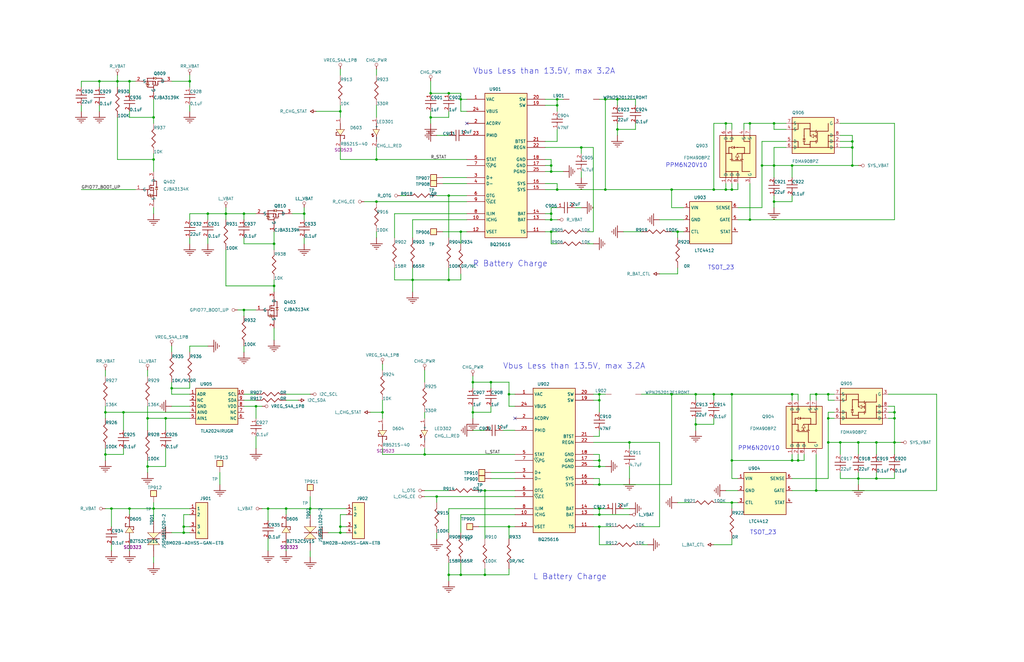
<source format=kicad_sch>
(kicad_sch (version 20211123) (generator eeschema)
  (paper "USLedger")
  (junction (at 214.63 166.37))
  (junction (at 321.31 69.85))
  (junction (at 189.23 242.57))
  (junction (at 234.95 80.01))
  (junction (at 204.47 242.57))
  (junction (at 334.01 69.85))
  (junction (at 334.01 166.37))
  (junction (at 179.07 191.77))
  (junction (at 87.63 90.17))
  (junction (at 80.01 34.29))
  (junction (at 308.61 166.37))
  (junction (at 361.95 201.93))
  (junction (at 234.95 41.91))
  (junction (at 199.39 173.99))
  (junction (at 64.77 67.31))
  (junction (at 143.51 224.79))
  (junction (at 52.07 173.99))
  (junction (at 158.75 85.09))
  (junction (at 113.03 214.63))
  (junction (at 102.87 130.81))
  (junction (at 300.99 166.37))
  (junction (at 306.07 80.01))
  (junction (at 199.39 161.29))
  (junction (at 255.27 41.91))
  (junction (at 349.25 186.69))
  (junction (at 359.41 59.69))
  (junction (at 95.25 90.17))
  (junction (at 285.75 97.79))
  (junction (at 252.73 204.47))
  (junction (at 316.23 92.71))
  (junction (at 184.15 209.55))
  (junction (at 232.41 90.17))
  (junction (at 181.61 49.53))
  (junction (at 252.73 166.37))
  (junction (at 377.19 186.69))
  (junction (at 102.87 90.17))
  (junction (at 377.19 173.99))
  (junction (at 64.77 214.63))
  (junction (at 143.51 46.99))
  (junction (at 232.41 97.79))
  (junction (at 194.31 41.91))
  (junction (at 344.17 207.01))
  (junction (at 54.61 34.29))
  (junction (at 359.41 62.23))
  (junction (at 120.65 214.63))
  (junction (at 349.25 176.53))
  (junction (at 64.77 49.53))
  (junction (at 252.73 168.91))
  (junction (at 128.27 90.17))
  (junction (at 194.31 242.57))
  (junction (at 252.73 196.85))
  (junction (at 115.57 120.65))
  (junction (at 308.61 194.31))
  (junction (at 316.23 52.07))
  (junction (at 194.31 97.79))
  (junction (at 260.35 41.91))
  (junction (at 344.17 166.37))
  (junction (at 255.27 80.01))
  (junction (at 326.39 52.07))
  (junction (at 334.01 194.31))
  (junction (at 293.37 179.07))
  (junction (at 359.41 69.85))
  (junction (at 308.61 212.09))
  (junction (at 232.41 72.39))
  (junction (at 245.11 62.23))
  (junction (at 44.45 173.99))
  (junction (at 232.41 92.71))
  (junction (at 173.99 118.11))
  (junction (at 189.23 118.11))
  (junction (at 361.95 186.69))
  (junction (at 232.41 69.85))
  (junction (at 369.57 201.93))
  (junction (at 207.01 161.29))
  (junction (at 161.29 173.99))
  (junction (at 69.85 176.53))
  (junction (at 143.51 222.25))
  (junction (at 252.73 214.63))
  (junction (at 354.33 186.69))
  (junction (at 158.75 67.31))
  (junction (at 62.23 196.85))
  (junction (at 204.47 207.01))
  (junction (at 326.39 85.09))
  (junction (at 214.63 222.25))
  (junction (at 377.19 176.53))
  (junction (at 41.91 34.29))
  (junction (at 234.95 44.45))
  (junction (at 44.45 191.77))
  (junction (at 115.57 102.87))
  (junction (at 181.61 39.37))
  (junction (at 369.57 186.69))
  (junction (at 54.61 214.63))
  (junction (at 252.73 222.25))
  (junction (at 130.81 214.63))
  (junction (at 107.95 171.45))
  (junction (at 49.53 34.29))
  (junction (at 300.99 80.01))
  (junction (at 252.73 194.31))
  (junction (at 77.47 222.25))
  (junction (at 77.47 224.79))
  (junction (at 293.37 166.37))
  (junction (at 326.39 69.85))
  (junction (at 46.99 214.63))
  (junction (at 72.39 163.83))
  (junction (at 349.25 166.37))
  (junction (at 189.23 39.37))
  (junction (at 265.43 186.69))
  (junction (at 62.23 176.53))
  (junction (at 336.55 194.31))
  (junction (at 260.35 54.61))
  (junction (at 252.73 217.17))
  (junction (at 283.21 80.01))
  (junction (at 189.23 82.55))
  (junction (at 283.21 166.37))
  (junction (at 308.61 80.01))
  (junction (at 306.07 52.07))
  (no_connect (at 196.85 52.07))
  (no_connect (at 217.17 176.53))
  (wire (pts (xy 77.47 222.25) (xy 77.47 217.17)) (stroke (width 0.254)))
  (wire (pts (xy 217.17 222.25) (xy 214.63 222.25)) (stroke (width 0.254)))
  (wire (pts (xy 288.29 97.79) (xy 285.75 97.79)) (stroke (width 0.254)))
  (wire (pts (xy 57.15 34.29) (xy 54.61 34.29)) (stroke (width 0.254)))
  (wire (pts (xy 349.25 173.99) (xy 349.25 176.53)) (stroke (width 0.254)))
  (wire (pts (xy 354.33 201.93) (xy 354.33 199.39)) (stroke (width 0.254)))
  (wire (pts (xy 234.95 44.45) (xy 229.87 44.45)) (stroke (width 0.254)))
  (wire (pts (xy 41.91 46.99) (xy 41.91 44.45)) (stroke (width 0.254)))
  (wire (pts (xy 273.05 229.87) (xy 270.51 229.87)) (stroke (width 0.254)))
  (wire (pts (xy 326.39 62.23) (xy 326.39 69.85)) (stroke (width 0.254)))
  (wire (pts (xy 214.63 161.29) (xy 207.01 161.29)) (stroke (width 0.254)))
  (wire (pts (xy 326.39 85.09) (xy 334.01 85.09)) (stroke (width 0.254)))
  (wire (pts (xy 300.99 80.01) (xy 283.21 80.01)) (stroke (width 0.254)))
  (wire (pts (xy 234.95 80.01) (xy 229.87 80.01)) (stroke (width 0.254)))
  (wire (pts (xy 252.73 41.91) (xy 255.27 41.91)) (stroke (width 0.254)))
  (wire (pts (xy 377.19 201.93) (xy 369.57 201.93)) (stroke (width 0.254)))
  (wire (pts (xy 128.27 102.87) (xy 128.27 100.33)) (stroke (width 0.254)))
  (wire (pts (xy 64.77 52.07) (xy 64.77 49.53)) (stroke (width 0.254)))
  (wire (pts (xy 232.41 90.17) (xy 229.87 90.17)) (stroke (width 0.254)))
  (wire (pts (xy 361.95 201.93) (xy 354.33 201.93)) (stroke (width 0.254)))
  (wire (pts (xy 54.61 34.29) (xy 54.61 39.37)) (stroke (width 0.254)))
  (wire (pts (xy 300.99 168.91) (xy 300.99 166.37)) (stroke (width 0.254)))
  (wire (pts (xy 143.51 217.17) (xy 146.05 217.17)) (stroke (width 0.254)))
  (wire (pts (xy 326.39 85.09) (xy 326.39 82.55)) (stroke (width 0.254)))
  (wire (pts (xy 34.29 46.99) (xy 34.29 44.45)) (stroke (width 0.254)))
  (wire (pts (xy 283.21 166.37) (xy 270.51 166.37)) (stroke (width 0.254)))
  (wire (pts (xy 326.39 74.93) (xy 326.39 69.85)) (stroke (width 0.254)))
  (wire (pts (xy 115.57 102.87) (xy 102.87 102.87)) (stroke (width 0.254)))
  (wire (pts (xy 146.05 222.25) (xy 143.51 222.25)) (stroke (width 0.254)))
  (wire (pts (xy 143.51 31.75) (xy 143.51 29.21)) (stroke (width 0.254)))
  (wire (pts (xy 267.97 54.61) (xy 267.97 52.07)) (stroke (width 0.254)))
  (wire (pts (xy 232.41 97.79) (xy 232.41 102.87)) (stroke (width 0.254)))
  (wire (pts (xy 64.77 49.53) (xy 64.77 41.91)) (stroke (width 0.254)))
  (wire (pts (xy 107.95 171.45) (xy 102.87 171.45)) (stroke (width 0.254)))
  (wire (pts (xy 189.23 82.55) (xy 189.23 100.33)) (stroke (width 0.254)))
  (wire (pts (xy 377.19 171.45) (xy 374.65 171.45)) (stroke (width 0.254)))
  (wire (pts (xy 293.37 181.61) (xy 293.37 179.07)) (stroke (width 0.254)))
  (wire (pts (xy 46.99 232.41) (xy 46.99 229.87)) (stroke (width 0.254)))
  (wire (pts (xy 214.63 242.57) (xy 204.47 242.57)) (stroke (width 0.254)))
  (wire (pts (xy 102.87 130.81) (xy 102.87 133.35)) (stroke (width 0.254)))
  (wire (pts (xy 260.35 54.61) (xy 267.97 54.61)) (stroke (width 0.254)))
  (wire (pts (xy 252.73 214.63) (xy 252.73 217.17)) (stroke (width 0.254)))
  (wire (pts (xy 64.77 237.49) (xy 64.77 234.95)) (stroke (width 0.254)))
  (wire (pts (xy 80.01 36.83) (xy 80.01 34.29)) (stroke (width 0.254)))
  (wire (pts (xy 229.87 72.39) (xy 232.41 72.39)) (stroke (width 0.254)))
  (wire (pts (xy 207.01 199.39) (xy 217.17 199.39)) (stroke (width 0.254)))
  (wire (pts (xy 189.23 118.11) (xy 189.23 113.03)) (stroke (width 0.254)))
  (wire (pts (xy 49.53 36.83) (xy 49.53 34.29)) (stroke (width 0.254)))
  (wire (pts (xy 125.73 168.91) (xy 120.65 168.91)) (stroke (width 0.254)))
  (wire (pts (xy 128.27 90.17) (xy 123.19 90.17)) (stroke (width 0.254)))
  (wire (pts (xy 308.61 80.01) (xy 308.61 77.47)) (stroke (width 0.254)))
  (wire (pts (xy 267.97 44.45) (xy 267.97 41.91)) (stroke (width 0.254)))
  (wire (pts (xy 92.71 204.47) (xy 92.71 199.39)) (stroke (width 0.254)))
  (wire (pts (xy 250.19 196.85) (xy 252.73 196.85)) (stroke (width 0.254)))
  (wire (pts (xy 196.85 97.79) (xy 194.31 97.79)) (stroke (width 0.254)))
  (wire (pts (xy 113.03 232.41) (xy 113.03 227.33)) (stroke (width 0.254)))
  (wire (pts (xy 359.41 69.85) (xy 334.01 69.85)) (stroke (width 0.254)))
  (wire (pts (xy 306.07 52.07) (xy 300.99 52.07)) (stroke (width 0.254)))
  (wire (pts (xy 293.37 168.91) (xy 293.37 166.37)) (stroke (width 0.254)))
  (wire (pts (xy 290.83 212.09) (xy 285.75 212.09)) (stroke (width 0.254)))
  (wire (pts (xy 189.23 49.53) (xy 189.23 46.99)) (stroke (width 0.254)))
  (wire (pts (xy 377.19 92.71) (xy 377.19 52.07)) (stroke (width 0.254)))
  (wire (pts (xy 252.73 184.15) (xy 250.19 184.15)) (stroke (width 0.254)))
  (wire (pts (xy 80.01 163.83) (xy 80.01 161.29)) (stroke (width 0.254)))
  (wire (pts (xy 344.17 207.01) (xy 344.17 191.77)) (stroke (width 0.254)))
  (wire (pts (xy 234.95 77.47) (xy 229.87 77.47)) (stroke (width 0.254)))
  (wire (pts (xy 95.25 120.65) (xy 95.25 105.41)) (stroke (width 0.254)))
  (wire (pts (xy 80.01 166.37) (xy 72.39 166.37)) (stroke (width 0.254)))
  (wire (pts (xy 232.41 97.79) (xy 229.87 97.79)) (stroke (width 0.254)))
  (wire (pts (xy 354.33 191.77) (xy 354.33 186.69)) (stroke (width 0.254)))
  (wire (pts (xy 143.51 46.99) (xy 143.51 44.45)) (stroke (width 0.254)))
  (wire (pts (xy 308.61 166.37) (xy 334.01 166.37)) (stroke (width 0.254)))
  (wire (pts (xy 80.01 146.05) (xy 87.63 146.05)) (stroke (width 0.254)))
  (wire (pts (xy 194.31 118.11) (xy 189.23 118.11)) (stroke (width 0.254)))
  (wire (pts (xy 285.75 115.57) (xy 285.75 113.03)) (stroke (width 0.254)))
  (wire (pts (xy 54.61 232.41) (xy 54.61 229.87)) (stroke (width 0.254)))
  (wire (pts (xy 69.85 181.61) (xy 69.85 176.53)) (stroke (width 0.254)))
  (wire (pts (xy 102.87 102.87) (xy 102.87 100.33)) (stroke (width 0.254)))
  (wire (pts (xy 44.45 173.99) (xy 44.45 171.45)) (stroke (width 0.254)))
  (wire (pts (xy 252.73 217.17) (xy 265.43 217.17)) (stroke (width 0.254)))
  (wire (pts (xy 115.57 123.19) (xy 115.57 120.65)) (stroke (width 0.254)))
  (wire (pts (xy 311.15 201.93) (xy 308.61 201.93)) (stroke (width 0.254)))
  (wire (pts (xy 102.87 130.81) (xy 100.33 130.81)) (stroke (width 0.254)))
  (wire (pts (xy 255.27 41.91) (xy 255.27 80.01)) (stroke (width 0.254)))
  (wire (pts (xy 316.23 54.61) (xy 316.23 52.07)) (stroke (width 0.254)))
  (wire (pts (xy 80.01 173.99) (xy 52.07 173.99)) (stroke (width 0.254)))
  (wire (pts (xy 62.23 176.53) (xy 62.23 171.45)) (stroke (width 0.254)))
  (wire (pts (xy 316.23 77.47) (xy 316.23 92.71)) (stroke (width 0.254)))
  (wire (pts (xy 173.99 123.19) (xy 173.99 118.11)) (stroke (width 0.254)))
  (wire (pts (xy 265.43 214.63) (xy 262.89 214.63)) (stroke (width 0.254)))
  (wire (pts (xy 184.15 227.33) (xy 184.15 224.79)) (stroke (width 0.254)))
  (wire (pts (xy 321.31 59.69) (xy 321.31 69.85)) (stroke (width 0.254)))
  (wire (pts (xy 245.11 87.63) (xy 242.57 87.63)) (stroke (width 0.254)))
  (wire (pts (xy 80.01 171.45) (xy 72.39 171.45)) (stroke (width 0.254)))
  (wire (pts (xy 113.03 219.71) (xy 113.03 214.63)) (stroke (width 0.254)))
  (wire (pts (xy 245.11 62.23) (xy 245.11 64.77)) (stroke (width 0.254)))
  (wire (pts (xy 72.39 166.37) (xy 72.39 163.83)) (stroke (width 0.254)))
  (wire (pts (xy 204.47 207.01) (xy 217.17 207.01)) (stroke (width 0.254)))
  (wire (pts (xy 194.31 41.91) (xy 194.31 46.99)) (stroke (width 0.254)))
  (wire (pts (xy 115.57 102.87) (xy 115.57 97.79)) (stroke (width 0.254)))
  (wire (pts (xy 278.13 115.57) (xy 285.75 115.57)) (stroke (width 0.254)))
  (wire (pts (xy 158.75 31.75) (xy 158.75 29.21)) (stroke (width 0.254)))
  (wire (pts (xy 321.31 69.85) (xy 321.31 87.63)) (stroke (width 0.254)))
  (wire (pts (xy 377.19 199.39) (xy 377.19 201.93)) (stroke (width 0.254)))
  (wire (pts (xy 204.47 227.33) (xy 204.47 207.01)) (stroke (width 0.254)))
  (wire (pts (xy 128.27 90.17) (xy 128.27 87.63)) (stroke (width 0.254)))
  (wire (pts (xy 306.07 80.01) (xy 306.07 77.47)) (stroke (width 0.254)))
  (wire (pts (xy 349.25 168.91) (xy 349.25 166.37)) (stroke (width 0.254)))
  (wire (pts (xy 64.77 90.17) (xy 64.77 87.63)) (stroke (width 0.254)))
  (wire (pts (xy 49.53 67.31) (xy 49.53 49.53)) (stroke (width 0.254)))
  (wire (pts (xy 107.95 166.37) (xy 102.87 166.37)) (stroke (width 0.254)))
  (wire (pts (xy 153.67 85.09) (xy 158.75 85.09)) (stroke (width 0.254)))
  (wire (pts (xy 250.19 186.69) (xy 265.43 186.69)) (stroke (width 0.254)))
  (wire (pts (xy 311.15 80.01) (xy 311.15 77.47)) (stroke (width 0.254)))
  (wire (pts (xy 72.39 163.83) (xy 72.39 161.29)) (stroke (width 0.254)))
  (wire (pts (xy 44.45 191.77) (xy 44.45 189.23)) (stroke (width 0.254)))
  (wire (pts (xy 181.61 49.53) (xy 181.61 46.99)) (stroke (width 0.254)))
  (wire (pts (xy 80.01 46.99) (xy 80.01 44.45)) (stroke (width 0.254)))
  (wire (pts (xy 308.61 212.09) (xy 303.53 212.09)) (stroke (width 0.254)))
  (wire (pts (xy 234.95 59.69) (xy 229.87 59.69)) (stroke (width 0.254)))
  (wire (pts (xy 110.49 214.63) (xy 113.03 214.63)) (stroke (width 0.254)))
  (wire (pts (xy 80.01 176.53) (xy 69.85 176.53)) (stroke (width 0.254)))
  (wire (pts (xy 102.87 148.59) (xy 102.87 146.05)) (stroke (width 0.254)))
  (wire (pts (xy 130.81 209.55) (xy 130.81 214.63)) (stroke (width 0.254)))
  (wire (pts (xy 361.95 191.77) (xy 361.95 186.69)) (stroke (width 0.254)))
  (wire (pts (xy 217.17 214.63) (xy 189.23 214.63)) (stroke (width 0.254)))
  (wire (pts (xy 334.01 201.93) (xy 349.25 201.93)) (stroke (width 0.254)))
  (wire (pts (xy 252.73 222.25) (xy 252.73 229.87)) (stroke (width 0.254)))
  (wire (pts (xy 64.77 214.63) (xy 64.77 212.09)) (stroke (width 0.254)))
  (wire (pts (xy 308.61 80.01) (xy 311.15 80.01)) (stroke (width 0.254)))
  (wire (pts (xy 181.61 49.53) (xy 189.23 49.53)) (stroke (width 0.254)))
  (wire (pts (xy 252.73 168.91) (xy 252.73 166.37)) (stroke (width 0.254)))
  (wire (pts (xy 293.37 179.07) (xy 300.99 179.07)) (stroke (width 0.254)))
  (wire (pts (xy 194.31 41.91) (xy 194.31 39.37)) (stroke (width 0.254)))
  (wire (pts (xy 300.99 179.07) (xy 300.99 176.53)) (stroke (width 0.254)))
  (wire (pts (xy 194.31 46.99) (xy 196.85 46.99)) (stroke (width 0.254)))
  (wire (pts (xy 252.73 222.25) (xy 250.19 222.25)) (stroke (width 0.254)))
  (wire (pts (xy 252.73 229.87) (xy 257.81 229.87)) (stroke (width 0.254)))
  (wire (pts (xy 80.01 31.75) (xy 80.01 34.29)) (stroke (width 0.254)))
  (wire (pts (xy 250.19 166.37) (xy 252.73 166.37)) (stroke (width 0.254)))
  (wire (pts (xy 196.85 90.17) (xy 166.37 90.17)) (stroke (width 0.254)))
  (wire (pts (xy 72.39 163.83) (xy 80.01 163.83)) (stroke (width 0.254)))
  (wire (pts (xy 49.53 34.29) (xy 49.53 31.75)) (stroke (width 0.254)))
  (wire (pts (xy 120.65 214.63) (xy 120.65 217.17)) (stroke (width 0.254)))
  (wire (pts (xy 80.01 102.87) (xy 80.01 100.33)) (stroke (width 0.254)))
  (wire (pts (xy 250.19 97.79) (xy 250.19 62.23)) (stroke (width 0.254)))
  (wire (pts (xy 300.99 229.87) (xy 308.61 229.87)) (stroke (width 0.254)))
  (wire (pts (xy 278.13 222.25) (xy 270.51 222.25)) (stroke (width 0.254)))
  (wire (pts (xy 308.61 212.09) (xy 308.61 214.63)) (stroke (width 0.254)))
  (wire (pts (xy 234.95 80.01) (xy 234.95 77.47)) (stroke (width 0.254)))
  (wire (pts (xy 115.57 143.51) (xy 115.57 138.43)) (stroke (width 0.254)))
  (wire (pts (xy 377.19 186.69) (xy 377.19 176.53)) (stroke (width 0.254)))
  (wire (pts (xy 306.07 52.07) (xy 306.07 54.61)) (stroke (width 0.254)))
  (wire (pts (xy 204.47 181.61) (xy 199.39 181.61)) (stroke (width 0.254)))
  (wire (pts (xy 377.19 173.99) (xy 374.65 173.99)) (stroke (width 0.254)))
  (wire (pts (xy 102.87 90.17) (xy 95.25 90.17)) (stroke (width 0.254)))
  (wire (pts (xy 232.41 92.71) (xy 234.95 92.71)) (stroke (width 0.254)))
  (wire (pts (xy 189.23 245.11) (xy 189.23 242.57)) (stroke (width 0.254)))
  (wire (pts (xy 252.73 196.85) (xy 252.73 194.31)) (stroke (width 0.254)))
  (wire (pts (xy 181.61 52.07) (xy 181.61 49.53)) (stroke (width 0.254)))
  (wire (pts (xy 252.73 166.37) (xy 255.27 166.37)) (stroke (width 0.254)))
  (wire (pts (xy 194.31 97.79) (xy 186.69 97.79)) (stroke (width 0.254)))
  (wire (pts (xy 57.15 80.01) (xy 34.29 80.01)) (stroke (width 0.254)))
  (wire (pts (xy 234.95 46.99) (xy 234.95 44.45)) (stroke (width 0.254)))
  (wire (pts (xy 336.55 166.37) (xy 334.01 166.37)) (stroke (width 0.254)))
  (wire (pts (xy 285.75 100.33) (xy 285.75 97.79)) (stroke (width 0.254)))
  (wire (pts (xy 194.31 242.57) (xy 194.31 237.49)) (stroke (width 0.254)))
  (wire (pts (xy 283.21 166.37) (xy 283.21 204.47)) (stroke (width 0.254)))
  (wire (pts (xy 234.95 87.63) (xy 232.41 87.63)) (stroke (width 0.254)))
  (wire (pts (xy 377.19 186.69) (xy 379.73 186.69)) (stroke (width 0.254)))
  (wire (pts (xy 300.99 166.37) (xy 293.37 166.37)) (stroke (width 0.254)))
  (wire (pts (xy 255.27 80.01) (xy 234.95 80.01)) (stroke (width 0.254)))
  (wire (pts (xy 283.21 204.47) (xy 252.73 204.47)) (stroke (width 0.254)))
  (wire (pts (xy 189.23 242.57) (xy 194.31 242.57)) (stroke (width 0.254)))
  (wire (pts (xy 339.09 194.31) (xy 336.55 194.31)) (stroke (width 0.254)))
  (wire (pts (xy 351.79 173.99) (xy 349.25 173.99)) (stroke (width 0.254)))
  (wire (pts (xy 326.39 54.61) (xy 326.39 52.07)) (stroke (width 0.254)))
  (wire (pts (xy 72.39 148.59) (xy 72.39 146.05)) (stroke (width 0.254)))
  (wire (pts (xy 229.87 92.71) (xy 232.41 92.71)) (stroke (width 0.254)))
  (wire (pts (xy 217.17 181.61) (xy 212.09 181.61)) (stroke (width 0.254)))
  (wire (pts (xy 107.95 130.81) (xy 102.87 130.81)) (stroke (width 0.254)))
  (wire (pts (xy 179.07 176.53) (xy 179.07 173.99)) (stroke (width 0.254)))
  (wire (pts (xy 214.63 240.03) (xy 214.63 242.57)) (stroke (width 0.254)))
  (wire (pts (xy 194.31 39.37) (xy 189.23 39.37)) (stroke (width 0.254)))
  (wire (pts (xy 214.63 171.45) (xy 214.63 166.37)) (stroke (width 0.254)))
  (wire (pts (xy 283.21 87.63) (xy 288.29 87.63)) (stroke (width 0.254)))
  (wire (pts (xy 62.23 199.39) (xy 62.23 196.85)) (stroke (width 0.254)))
  (wire (pts (xy 173.99 118.11) (xy 166.37 118.11)) (stroke (width 0.254)))
  (wire (pts (xy 80.01 34.29) (xy 72.39 34.29)) (stroke (width 0.254)))
  (wire (pts (xy 267.97 41.91) (xy 260.35 41.91)) (stroke (width 0.254)))
  (wire (pts (xy 130.81 214.63) (xy 120.65 214.63)) (stroke (width 0.254)))
  (wire (pts (xy 331.47 62.23) (xy 326.39 62.23)) (stroke (width 0.254)))
  (wire (pts (xy 308.61 54.61) (xy 308.61 52.07)) (stroke (width 0.254)))
  (wire (pts (xy 80.01 90.17) (xy 80.01 92.71)) (stroke (width 0.254)))
  (wire (pts (xy 394.97 166.37) (xy 394.97 207.01)) (stroke (width 0.254)))
  (wire (pts (xy 377.19 176.53) (xy 377.19 173.99)) (stroke (width 0.254)))
  (wire (pts (xy 186.69 74.93) (xy 196.85 74.93)) (stroke (width 0.254)))
  (wire (pts (xy 158.75 67.31) (xy 143.51 67.31)) (stroke (width 0.254)))
  (wire (pts (xy 199.39 173.99) (xy 207.01 173.99)) (stroke (width 0.254)))
  (wire (pts (xy 196.85 82.55) (xy 189.23 82.55)) (stroke (width 0.254)))
  (wire (pts (xy 62.23 196.85) (xy 62.23 194.31)) (stroke (width 0.254)))
  (wire (pts (xy 326.39 52.07) (xy 331.47 52.07)) (stroke (width 0.254)))
  (wire (pts (xy 311.15 212.09) (xy 308.61 212.09)) (stroke (width 0.254)))
  (wire (pts (xy 250.19 102.87) (xy 247.65 102.87)) (stroke (width 0.254)))
  (wire (pts (xy 377.19 173.99) (xy 377.19 171.45)) (stroke (width 0.254)))
  (wire (pts (xy 349.25 166.37) (xy 351.79 166.37)) (stroke (width 0.254)))
  (wire (pts (xy 247.65 97.79) (xy 250.19 97.79)) (stroke (width 0.254)))
  (wire (pts (xy 257.81 222.25) (xy 252.73 222.25)) (stroke (width 0.254)))
  (wire (pts (xy 361.95 186.69) (xy 369.57 186.69)) (stroke (width 0.254)))
  (wire (pts (xy 80.01 148.59) (xy 80.01 146.05)) (stroke (width 0.254)))
  (wire (pts (xy 64.77 72.39) (xy 64.77 67.31)) (stroke (width 0.254)))
  (wire (pts (xy 369.57 201.93) (xy 361.95 201.93)) (stroke (width 0.254)))
  (wire (pts (xy 344.17 168.91) (xy 344.17 166.37)) (stroke (width 0.254)))
  (wire (pts (xy 232.41 102.87) (xy 234.95 102.87)) (stroke (width 0.254)))
  (wire (pts (xy 331.47 54.61) (xy 326.39 54.61)) (stroke (width 0.254)))
  (wire (pts (xy 143.51 49.53) (xy 143.51 46.99)) (stroke (width 0.254)))
  (wire (pts (xy 69.85 196.85) (xy 69.85 189.23)) (stroke (width 0.254)))
  (wire (pts (xy 189.23 207.01) (xy 179.07 207.01)) (stroke (width 0.254)))
  (wire (pts (xy 252.73 181.61) (xy 252.73 184.15)) (stroke (width 0.254)))
  (wire (pts (xy 377.19 176.53) (xy 374.65 176.53)) (stroke (width 0.254)))
  (wire (pts (xy 252.73 196.85) (xy 255.27 196.85)) (stroke (width 0.254)))
  (wire (pts (xy 173.99 118.11) (xy 173.99 113.03)) (stroke (width 0.254)))
  (wire (pts (xy 52.07 173.99) (xy 44.45 173.99)) (stroke (width 0.254)))
  (wire (pts (xy 204.47 242.57) (xy 204.47 240.03)) (stroke (width 0.254)))
  (wire (pts (xy 158.75 49.53) (xy 158.75 44.45)) (stroke (width 0.254)))
  (wire (pts (xy 336.55 168.91) (xy 336.55 166.37)) (stroke (width 0.254)))
  (wire (pts (xy 49.53 34.29) (xy 41.91 34.29)) (stroke (width 0.254)))
  (wire (pts (xy 87.63 102.87) (xy 87.63 100.33)) (stroke (width 0.254)))
  (wire (pts (xy 161.29 189.23) (xy 161.29 191.77)) (stroke (width 0.254)))
  (wire (pts (xy 44.45 158.75) (xy 44.45 156.21)) (stroke (width 0.254)))
  (wire (pts (xy 359.41 57.15) (xy 359.41 59.69)) (stroke (width 0.254)))
  (wire (pts (xy 351.79 168.91) (xy 349.25 168.91)) (stroke (width 0.254)))
  (wire (pts (xy 321.31 87.63) (xy 311.15 87.63)) (stroke (width 0.254)))
  (wire (pts (xy 194.31 97.79) (xy 194.31 102.87)) (stroke (width 0.254)))
  (wire (pts (xy 278.13 186.69) (xy 278.13 222.25)) (stroke (width 0.254)))
  (wire (pts (xy 143.51 46.99) (xy 133.35 46.99)) (stroke (width 0.254)))
  (wire (pts (xy 179.07 209.55) (xy 184.15 209.55)) (stroke (width 0.254)))
  (wire (pts (xy 326.39 87.63) (xy 326.39 85.09)) (stroke (width 0.254)))
  (wire (pts (xy 80.01 222.25) (xy 77.47 222.25)) (stroke (width 0.254)))
  (wire (pts (xy 87.63 90.17) (xy 80.01 90.17)) (stroke (width 0.254)))
  (wire (pts (xy 306.07 80.01) (xy 308.61 80.01)) (stroke (width 0.254)))
  (wire (pts (xy 199.39 173.99) (xy 199.39 171.45)) (stroke (width 0.254)))
  (wire (pts (xy 189.23 118.11) (xy 173.99 118.11)) (stroke (width 0.254)))
  (wire (pts (xy 214.63 222.25) (xy 214.63 227.33)) (stroke (width 0.254)))
  (wire (pts (xy 161.29 176.53) (xy 161.29 173.99)) (stroke (width 0.254)))
  (wire (pts (xy 44.45 194.31) (xy 44.45 191.77)) (stroke (width 0.254)))
  (wire (pts (xy 313.69 52.07) (xy 316.23 52.07)) (stroke (width 0.254)))
  (wire (pts (xy 344.17 166.37) (xy 349.25 166.37)) (stroke (width 0.254)))
  (wire (pts (xy 234.95 54.61) (xy 234.95 59.69)) (stroke (width 0.254)))
  (wire (pts (xy 250.19 217.17) (xy 252.73 217.17)) (stroke (width 0.254)))
  (wire (pts (xy 234.95 41.91) (xy 229.87 41.91)) (stroke (width 0.254)))
  (wire (pts (xy 255.27 41.91) (xy 260.35 41.91)) (stroke (width 0.254)))
  (wire (pts (xy 77.47 224.79) (xy 80.01 224.79)) (stroke (width 0.254)))
  (wire (pts (xy 293.37 179.07) (xy 293.37 176.53)) (stroke (width 0.254)))
  (wire (pts (xy 115.57 120.65) (xy 95.25 120.65)) (stroke (width 0.254)))
  (wire (pts (xy 107.95 168.91) (xy 102.87 168.91)) (stroke (width 0.254)))
  (wire (pts (xy 181.61 39.37) (xy 181.61 34.29)) (stroke (width 0.254)))
  (wire (pts (xy 143.51 222.25) (xy 143.51 217.17)) (stroke (width 0.254)))
  (wire (pts (xy 44.45 173.99) (xy 44.45 176.53)) (stroke (width 0.254)))
  (wire (pts (xy 54.61 34.29) (xy 49.53 34.29)) (stroke (width 0.254)))
  (wire (pts (xy 143.51 224.79) (xy 143.51 222.25)) (stroke (width 0.254)))
  (wire (pts (xy 110.49 171.45) (xy 107.95 171.45)) (stroke (width 0.254)))
  (wire (pts (xy 232.41 69.85) (xy 232.41 67.31)) (stroke (width 0.254)))
  (wire (pts (xy 349.25 201.93) (xy 349.25 186.69)) (stroke (width 0.254)))
  (wire (pts (xy 283.21 80.01) (xy 283.21 87.63)) (stroke (width 0.254)))
  (wire (pts (xy 46.99 222.25) (xy 46.99 214.63)) (stroke (width 0.254)))
  (wire (pts (xy 115.57 118.11) (xy 115.57 120.65)) (stroke (width 0.254)))
  (wire (pts (xy 252.73 168.91) (xy 250.19 168.91)) (stroke (width 0.254)))
  (wire (pts (xy 252.73 201.93) (xy 250.19 201.93)) (stroke (width 0.254)))
  (wire (pts (xy 252.73 173.99) (xy 252.73 168.91)) (stroke (width 0.254)))
  (wire (pts (xy 194.31 242.57) (xy 204.47 242.57)) (stroke (width 0.254)))
  (wire (pts (xy 311.15 92.71) (xy 316.23 92.71)) (stroke (width 0.254)))
  (wire (pts (xy 334.01 194.31) (xy 334.01 191.77)) (stroke (width 0.254)))
  (wire (pts (xy 52.07 181.61) (xy 52.07 173.99)) (stroke (width 0.254)))
  (wire (pts (xy 369.57 191.77) (xy 369.57 186.69)) (stroke (width 0.254)))
  (wire (pts (xy 255.27 214.63) (xy 252.73 214.63)) (stroke (width 0.254)))
  (wire (pts (xy 207.01 161.29) (xy 207.01 163.83)) (stroke (width 0.254)))
  (wire (pts (xy 359.41 62.23) (xy 359.41 69.85)) (stroke (width 0.254)))
  (wire (pts (xy 199.39 176.53) (xy 199.39 173.99)) (stroke (width 0.254)))
  (wire (pts (xy 316.23 92.71) (xy 377.19 92.71)) (stroke (width 0.254)))
  (wire (pts (xy 46.99 214.63) (xy 44.45 214.63)) (stroke (width 0.254)))
  (wire (pts (xy 313.69 54.61) (xy 313.69 52.07)) (stroke (width 0.254)))
  (wire (pts (xy 143.51 224.79) (xy 146.05 224.79)) (stroke (width 0.254)))
  (wire (pts (xy 64.77 67.31) (xy 49.53 67.31)) (stroke (width 0.254)))
  (wire (pts (xy 130.81 234.95) (xy 130.81 232.41)) (stroke (width 0.254)))
  (wire (pts (xy 265.43 201.93) (xy 265.43 196.85)) (stroke (width 0.254)))
  (wire (pts (xy 252.73 194.31) (xy 252.73 191.77)) (stroke (width 0.254)))
  (wire (pts (xy 64.77 67.31) (xy 64.77 64.77)) (stroke (width 0.254)))
  (wire (pts (xy 199.39 161.29) (xy 207.01 161.29)) (stroke (width 0.254)))
  (wire (pts (xy 234.95 41.91) (xy 237.49 41.91)) (stroke (width 0.254)))
  (wire (pts (xy 252.73 191.77) (xy 250.19 191.77)) (stroke (width 0.254)))
  (wire (pts (xy 252.73 204.47) (xy 250.19 204.47)) (stroke (width 0.254)))
  (wire (pts (xy 64.77 219.71) (xy 64.77 214.63)) (stroke (width 0.254)))
  (wire (pts (xy 232.41 69.85) (xy 229.87 69.85)) (stroke (width 0.254)))
  (wire (pts (xy 102.87 90.17) (xy 102.87 92.71)) (stroke (width 0.254)))
  (wire (pts (xy 334.01 166.37) (xy 334.01 168.91)) (stroke (width 0.254)))
  (wire (pts (xy 359.41 59.69) (xy 354.33 59.69)) (stroke (width 0.254)))
  (wire (pts (xy 69.85 176.53) (xy 62.23 176.53)) (stroke (width 0.254)))
  (wire (pts (xy 189.23 57.15) (xy 184.15 57.15)) (stroke (width 0.254)))
  (wire (pts (xy 199.39 163.83) (xy 199.39 161.29)) (stroke (width 0.254)))
  (wire (pts (xy 232.41 92.71) (xy 232.41 90.17)) (stroke (width 0.254)))
  (wire (pts (xy 189.23 242.57) (xy 189.23 237.49)) (stroke (width 0.254)))
  (wire (pts (xy 217.17 201.93) (xy 207.01 201.93)) (stroke (width 0.254)))
  (wire (pts (xy 194.31 115.57) (xy 194.31 118.11)) (stroke (width 0.254)))
  (wire (pts (xy 394.97 207.01) (xy 344.17 207.01)) (stroke (width 0.254)))
  (wire (pts (xy 326.39 69.85) (xy 334.01 69.85)) (stroke (width 0.254)))
  (wire (pts (xy 341.63 166.37) (xy 344.17 166.37)) (stroke (width 0.254)))
  (wire (pts (xy 184.15 209.55) (xy 217.17 209.55)) (stroke (width 0.254)))
  (wire (pts (xy 214.63 166.37) (xy 214.63 161.29)) (stroke (width 0.254)))
  (wire (pts (xy 232.41 72.39) (xy 232.41 69.85)) (stroke (width 0.254)))
  (wire (pts (xy 285.75 97.79) (xy 283.21 97.79)) (stroke (width 0.254)))
  (wire (pts (xy 232.41 67.31) (xy 229.87 67.31)) (stroke (width 0.254)))
  (wire (pts (xy 361.95 204.47) (xy 361.95 201.93)) (stroke (width 0.254)))
  (wire (pts (xy 331.47 59.69) (xy 321.31 59.69)) (stroke (width 0.254)))
  (wire (pts (xy 374.65 166.37) (xy 394.97 166.37)) (stroke (width 0.254)))
  (wire (pts (xy 377.19 52.07) (xy 354.33 52.07)) (stroke (width 0.254)))
  (wire (pts (xy 252.73 204.47) (xy 252.73 201.93)) (stroke (width 0.254)))
  (wire (pts (xy 77.47 224.79) (xy 77.47 222.25)) (stroke (width 0.254)))
  (wire (pts (xy 179.07 161.29) (xy 179.07 156.21)) (stroke (width 0.254)))
  (wire (pts (xy 361.95 186.69) (xy 354.33 186.69)) (stroke (width 0.254)))
  (wire (pts (xy 361.95 69.85) (xy 359.41 69.85)) (stroke (width 0.254)))
  (wire (pts (xy 161.29 156.21) (xy 161.29 153.67)) (stroke (width 0.254)))
  (wire (pts (xy 44.45 191.77) (xy 52.07 191.77)) (stroke (width 0.254)))
  (wire (pts (xy 87.63 92.71) (xy 87.63 90.17)) (stroke (width 0.254)))
  (wire (pts (xy 196.85 77.47) (xy 186.69 77.47)) (stroke (width 0.254)))
  (wire (pts (xy 107.95 90.17) (xy 102.87 90.17)) (stroke (width 0.254)))
  (wire (pts (xy 34.29 34.29) (xy 34.29 36.83)) (stroke (width 0.254)))
  (wire (pts (xy 54.61 214.63) (xy 46.99 214.63)) (stroke (width 0.254)))
  (wire (pts (xy 308.61 201.93) (xy 308.61 194.31)) (stroke (width 0.254)))
  (wire (pts (xy 245.11 62.23) (xy 229.87 62.23)) (stroke (width 0.254)))
  (wire (pts (xy 64.77 49.53) (xy 54.61 49.53)) (stroke (width 0.254)))
  (wire (pts (xy 41.91 36.83) (xy 41.91 34.29)) (stroke (width 0.254)))
  (wire (pts (xy 339.09 191.77) (xy 339.09 194.31)) (stroke (width 0.254)))
  (wire (pts (xy 336.55 194.31) (xy 334.01 194.31)) (stroke (width 0.254)))
  (wire (pts (xy 95.25 90.17) (xy 87.63 90.17)) (stroke (width 0.254)))
  (wire (pts (xy 334.01 85.09) (xy 334.01 82.55)) (stroke (width 0.254)))
  (wire (pts (xy 361.95 201.93) (xy 361.95 199.39)) (stroke (width 0.254)))
  (wire (pts (xy 354.33 57.15) (xy 359.41 57.15)) (stroke (width 0.254)))
  (wire (pts (xy 161.29 173.99) (xy 156.21 173.99)) (stroke (width 0.254)))
  (wire (pts (xy 359.41 62.23) (xy 354.33 62.23)) (stroke (width 0.254)))
  (wire (pts (xy 334.01 69.85) (xy 334.01 74.93)) (stroke (width 0.254)))
  (wire (pts (xy 262.89 97.79) (xy 270.51 97.79)) (stroke (width 0.254)))
  (wire (pts (xy 158.75 100.33) (xy 158.75 97.79)) (stroke (width 0.254)))
  (wire (pts (xy 130.81 214.63) (xy 130.81 217.17)) (stroke (width 0.254)))
  (wire (pts (xy 62.23 176.53) (xy 62.23 181.61)) (stroke (width 0.254)))
  (wire (pts (xy 316.23 52.07) (xy 326.39 52.07)) (stroke (width 0.254)))
  (wire (pts (xy 130.81 166.37) (xy 120.65 166.37)) (stroke (width 0.254)))
  (wire (pts (xy 359.41 59.69) (xy 359.41 62.23)) (stroke (width 0.254)))
  (wire (pts (xy 128.27 92.71) (xy 128.27 90.17)) (stroke (width 0.254)))
  (wire (pts (xy 245.11 74.93) (xy 245.11 72.39)) (stroke (width 0.254)))
  (wire (pts (xy 265.43 186.69) (xy 278.13 186.69)) (stroke (width 0.254)))
  (wire (pts (xy 189.23 82.55) (xy 184.15 82.55)) (stroke (width 0.254)))
  (wire (pts (xy 62.23 158.75) (xy 62.23 156.21)) (stroke (width 0.254)))
  (wire (pts (xy 214.63 222.25) (xy 201.93 222.25)) (stroke (width 0.254)))
  (wire (pts (xy 369.57 201.93) (xy 369.57 199.39)) (stroke (width 0.254)))
  (wire (pts (xy 184.15 212.09) (xy 184.15 209.55)) (stroke (width 0.254)))
  (wire (pts (xy 288.29 92.71) (xy 278.13 92.71)) (stroke (width 0.254)))
  (wire (pts (xy 189.23 214.63) (xy 189.23 224.79)) (stroke (width 0.254)))
  (wire (pts (xy 166.37 118.11) (xy 166.37 113.03)) (stroke (width 0.254)))
  (wire (pts (xy 283.21 80.01) (xy 255.27 80.01)) (stroke (width 0.254)))
  (wire (pts (xy 349.25 186.69) (xy 349.25 176.53)) (stroke (width 0.254)))
  (wire (pts (xy 260.35 54.61) (xy 260.35 52.07)) (stroke (width 0.254)))
  (wire (pts (xy 326.39 69.85) (xy 321.31 69.85)) (stroke (width 0.254)))
  (wire (pts (xy 95.25 90.17) (xy 95.25 87.63)) (stroke (width 0.254)))
  (wire (pts (xy 158.75 85.09) (xy 196.85 85.09)) (stroke (width 0.254)))
  (wire (pts (xy 369.57 186.69) (xy 377.19 186.69)) (stroke (width 0.254)))
  (wire (pts (xy 354.33 186.69) (xy 349.25 186.69)) (stroke (width 0.254)))
  (wire (pts (xy 311.15 207.01) (xy 306.07 207.01)) (stroke (width 0.254)))
  (wire (pts (xy 300.99 80.01) (xy 306.07 80.01)) (stroke (width 0.254)))
  (wire (pts (xy 196.85 92.71) (xy 173.99 92.71)) (stroke (width 0.254)))
  (wire (pts (xy 204.47 207.01) (xy 201.93 207.01)) (stroke (width 0.254)))
  (wire (pts (xy 196.85 67.31) (xy 158.75 67.31)) (stroke (width 0.254)))
  (wire (pts (xy 341.63 168.91) (xy 341.63 166.37)) (stroke (width 0.254)))
  (wire (pts (xy 115.57 105.41) (xy 115.57 102.87)) (stroke (width 0.254)))
  (wire (pts (xy 80.01 214.63) (xy 64.77 214.63)) (stroke (width 0.254)))
  (wire (pts (xy 161.29 191.77) (xy 179.07 191.77)) (stroke (width 0.254)))
  (wire (pts (xy 260.35 41.91) (xy 260.35 44.45)) (stroke (width 0.254)))
  (wire (pts (xy 217.17 217.17) (xy 194.31 217.17)) (stroke (width 0.254)))
  (wire (pts (xy 250.19 62.23) (xy 245.11 62.23)) (stroke (width 0.254)))
  (wire (pts (xy 252.73 214.63) (xy 250.19 214.63)) (stroke (width 0.254)))
  (wire (pts (xy 232.41 87.63) (xy 232.41 90.17)) (stroke (width 0.254)))
  (wire (pts (xy 334.01 194.31) (xy 308.61 194.31)) (stroke (width 0.254)))
  (wire (pts (xy 199.39 161.29) (xy 199.39 158.75)) (stroke (width 0.254)))
  (wire (pts (xy 171.45 82.55) (xy 168.91 82.55)) (stroke (width 0.254)))
  (wire (pts (xy 120.65 232.41) (xy 120.65 229.87)) (stroke (width 0.254)))
  (wire (pts (xy 308.61 166.37) (xy 300.99 166.37)) (stroke (width 0.254)))
  (wire (pts (xy 334.01 207.01) (xy 344.17 207.01)) (stroke (width 0.254)))
  (wire (pts (xy 189.23 39.37) (xy 181.61 39.37)) (stroke (width 0.254)))
  (wire (pts (xy 77.47 217.17) (xy 80.01 217.17)) (stroke (width 0.254)))
  (wire (pts (xy 234.95 97.79) (xy 232.41 97.79)) (stroke (width 0.254)))
  (wire (pts (xy 232.41 72.39) (xy 237.49 72.39)) (stroke (width 0.254)))
  (wire (pts (xy 138.43 224.79) (xy 143.51 224.79)) (stroke (width 0.254)))
  (wire (pts (xy 196.85 41.91) (xy 194.31 41.91)) (stroke (width 0.254)))
  (wire (pts (xy 336.55 191.77) (xy 336.55 194.31)) (stroke (width 0.254)))
  (wire (pts (xy 62.23 196.85) (xy 69.85 196.85)) (stroke (width 0.254)))
  (wire (pts (xy 207.01 173.99) (xy 207.01 171.45)) (stroke (width 0.254)))
  (wire (pts (xy 234.95 44.45) (xy 234.95 41.91)) (stroke (width 0.254)))
  (wire (pts (xy 308.61 52.07) (xy 306.07 52.07)) (stroke (width 0.254)))
  (wire (pts (xy 179.07 191.77) (xy 179.07 189.23)) (stroke (width 0.254)))
  (wire (pts (xy 260.35 57.15) (xy 260.35 54.61)) (stroke (width 0.254)))
  (wire (pts (xy 308.61 229.87) (xy 308.61 227.33)) (stroke (width 0.254)))
  (wire (pts (xy 52.07 191.77) (xy 52.07 189.23)) (stroke (width 0.254)))
  (wire (pts (xy 308.61 194.31) (xy 308.61 166.37)) (stroke (width 0.254)))
  (wire (pts (xy 64.77 214.63) (xy 54.61 214.63)) (stroke (width 0.254)))
  (wire (pts (xy 41.91 34.29) (xy 34.29 34.29)) (stroke (width 0.254)))
  (wire (pts (xy 158.75 62.23) (xy 158.75 67.31)) (stroke (width 0.254)))
  (wire (pts (xy 166.37 90.17) (xy 166.37 100.33)) (stroke (width 0.254)))
  (wire (pts (xy 179.07 191.77) (xy 217.17 191.77)) (stroke (width 0.254)))
  (wire (pts (xy 217.17 166.37) (xy 214.63 166.37)) (stroke (width 0.254)))
  (wire (pts (xy 217.17 171.45) (xy 214.63 171.45)) (stroke (width 0.254)))
  (wire (pts (xy 349.25 176.53) (xy 351.79 176.53)) (stroke (width 0.254)))
  (wire (pts (xy 300.99 52.07) (xy 300.99 80.01)) (stroke (width 0.254)))
  (wire (pts (xy 72.39 224.79) (xy 77.47 224.79)) (stroke (width 0.254)))
  (wire (pts (xy 293.37 166.37) (xy 283.21 166.37)) (stroke (width 0.254)))
  (wire (pts (xy 54.61 217.17) (xy 54.61 214.63)) (stroke (width 0.254)))
  (wire (pts (xy 161.29 173.99) (xy 161.29 168.91)) (stroke (width 0.254)))
  (wire (pts (xy 194.31 217.17) (xy 194.31 224.79)) (stroke (width 0.254)))
  (wire (pts (xy 377.19 191.77) (xy 377.19 186.69)) (stroke (width 0.254)))
  (wire (pts (xy 107.95 171.45) (xy 107.95 176.53)) (stroke (width 0.254)))
  (wire (pts (xy 252.73 194.31) (xy 250.19 194.31)) (stroke (width 0.254)))
  (wire (pts (xy 107.95 189.23) (xy 107.95 184.15)) (stroke (width 0.254)))
  (wire (pts (xy 173.99 92.71) (xy 173.99 100.33)) (stroke (width 0.254)))
  (wire (pts (xy 146.05 214.63) (xy 130.81 214.63)) (stroke (width 0.254)))
  (wire (pts (xy 54.61 49.53) (xy 54.61 46.99)) (stroke (width 0.254)))
  (wire (pts (xy 143.51 67.31) (xy 143.51 62.23)) (stroke (width 0.254)))
  (wire (pts (xy 95.25 92.71) (xy 95.25 90.17)) (stroke (width 0.254)))
  (wire (pts (xy 265.43 189.23) (xy 265.43 186.69)) (stroke (width 0.254)))
  (wire (pts (xy 113.03 214.63) (xy 120.65 214.63)) (stroke (width 0.254)))
  (text "R Battery Charge" (at 199.39 112.776 180) (effects (font (size 2.413 2.413)) (justify left bottom)))
  (text "PPM6N20V10" (at 311.15 190.246 180) (effects (font (size 1.778 1.778)) (justify left bottom)))
  (text "Vbus Less than 13.5V, max 3.2A" (at 199.39 31.496 180) (effects (font (size 2.413 2.413)) (justify left bottom)))
  (text "TSOT_23" (at 298.45 114.046 180) (effects (font (size 1.778 1.778)) (justify left bottom)))
  (text "PPM6N20V10" (at 280.67 70.866 180) (effects (font (size 1.778 1.778)) (justify left bottom)))
  (text "Vbus Less than 13.5V, max 3.2A" (at 212.09 155.956 180) (effects (font (size 2.413 2.413)) (justify left bottom)))
  (text "L Battery Charge" (at 224.79 244.856 180) (effects (font (size 2.413 2.413)) (justify left bottom)))
  (text "TSOT_23" (at 316.23 225.806 180) (effects (font (size 1.778 1.778)) (justify left bottom)))
  (label "GPIO77_BOOT_UP" (at 34.29 80.01 0))
  (label "R_STAT" (at 181.61 67.31 0))
  (label "L_STAT" (at 204.47 191.77 0))
  (symbol (lib_id "09_BQ25616-altium-import:0_C {slash} 33 {slash} pF {slash} 0201") (at 179.07 41.91 0)
    (property "Reference" "C901" (at 181.61 41.91 0) (effects (justify left bottom)))
    (property "Value" "1uF" (at 181.61 46.99 0) (effects (justify left bottom)))
    (property "Footprint" "C0201" (effects hide))
    (property "PCB FOOTPRINT" "C0402" (effects hide))
  )
  (symbol (lib_id "09_BQ25616-altium-import:1_R") (at 173.99 85.09 0)
    (property "Reference" "R918" (at 168.91 82.55 0) (effects (justify left bottom)))
    (property "Value" "0R" (at 181.61 82.55 0) (effects (justify left bottom)))
    (property "Footprint" "R0201" (effects hide))
    (property "PN" "RR0510S-103-J" (effects hide))
    (property "VENDOR" "CYNTEC" (effects hide))
    (property "PCB FOOTPRINT" "R0201" (effects hide))
  )
  (symbol (lib_id "09_BQ25616-altium-import:VREG_S4A_1P8") (at 161.29 153.67 180)
    (property "Reference" "#PWR?" (effects hide))
    (property "Value" "VREG_S4A_1P8" (at 161.29 149.86 0))
  )
  (symbol (lib_id "09_BQ25616-altium-import:2_C {slash} 33 {slash} pF {slash} 0201") (at 247.65 69.85 0)
    (property "Reference" "C905" (at 245.11 67.31 0) (effects (justify left bottom)))
    (property "Value" "4.7uF" (at 245.11 72.39 0) (effects (justify left bottom)))
    (property "Footprint" "C0201" (effects hide))
    (property "PCB FOOTPRINT" "C0402" (effects hide))
  )
  (symbol (lib_id "09_BQ25616-altium-import:0_C {slash} 33 {slash} pF {slash} 0201") (at 204.47 166.37 0)
    (property "Reference" "C908" (at 207.01 166.37 0) (effects (justify left bottom)))
    (property "Value" "1uF" (at 207.01 171.45 0) (effects (justify left bottom)))
    (property "Footprint" "C0201" (effects hide))
    (property "PCB FOOTPRINT" "C0402" (effects hide))
  )
  (symbol (lib_id "09_BQ25616-altium-import:GND") (at 64.77 237.49 0)
    (property "Reference" "#PWR?" (effects hide))
    (property "Value" "GND" (effects hide))
  )
  (symbol (lib_id "09_BQ25616-altium-import:GND") (at 46.99 232.41 0)
    (property "Reference" "#PWR?" (effects hide))
    (property "Value" "GND" (effects hide))
  )
  (symbol (lib_id "09_BQ25616-altium-import:2_CAP NP") (at 328.93 80.01 0)
    (property "Reference" "C921" (at 326.39 77.47 0) (effects (justify left bottom)))
    (property "Value" "22uF" (at 326.39 81.788 0) (effects (justify left bottom)))
    (property "Footprint" "C0603" (effects hide))
    (property "PART TYPE" "801" (effects hide))
    (property "PN" "GRM36X5R104K10D641" (effects hide))
    (property "MATERIAL" "X5R" (effects hide))
    (property "VENDOR" "MURATA" (effects hide))
    (property "PCB FOOTPRINT" "C0603" (effects hide))
  )
  (symbol (lib_id "09_BQ25616-altium-import:1_DIODE_1") (at 128.27 229.87 0)
    (property "Reference" "T902" (at 130.81 219.1239 90) (effects (justify left bottom)))
    (property "Value" "JS05B1LD20-2" (at 135.89 229.0104 90) (effects (justify left bottom)))
    (property "Footprint" "DFN1006-2" (effects hide))
    (property "PART NUMBER" "TY01100606" (effects hide))
    (property "PART TYPE" "Diode" (effects hide))
    (property "MANUFACTURER PART NUMBER" "RB551V-30TE-17" (effects hide))
    (property "MANUFACTURER" "ROHM" (effects hide))
    (property "PCB FOOTPRINT" "DFN1006-2" (effects hide))
  )
  (symbol (lib_id "09_BQ25616-altium-import:GND") (at 265.43 214.63 90)
    (property "Reference" "#PWR?" (effects hide))
    (property "Value" "GND" (effects hide))
  )
  (symbol (lib_id "09_BQ25616-altium-import:VREG_S4A_1P8") (at 110.49 171.45 90)
    (property "Reference" "#PWR?" (effects hide))
    (property "Value" "VREG_S4A_1P8" (at 114.3 171.45 90) (effects (justify right)))
  )
  (symbol (lib_id "09_BQ25616-altium-import:GND") (at 189.23 245.11 0)
    (property "Reference" "#PWR?" (effects hide))
    (property "Value" "GND" (effects hide))
  )
  (symbol (lib_id "09_BQ25616-altium-import:GND") (at 245.11 87.63 90)
    (property "Reference" "#PWR?" (effects hide))
    (property "Value" "GND" (effects hide))
  )
  (symbol (lib_id "09_BQ25616-altium-import:0_LTC4412_0") (at 313.69 199.39 0)
    (property "Reference" "U904" (at 315.468 198.374 0) (effects (justify left bottom)))
    (property "Value" "LTC4412" (at 315.722 220.726 0) (effects (justify left bottom)))
    (property "Footprint" "TSOT-23-6" (effects hide))
    (property "PCB FOOTPRINT" "TSOT-23-6" (effects hide))
  )
  (symbol (lib_id "09_BQ25616-altium-import:0_C {slash} 33 {slash} pF {slash} 0201") (at 125.73 95.25 0)
    (property "Reference" "C933" (at 128.27 95.25 0) (effects (justify left bottom)))
    (property "Value" "0.1uF" (at 128.27 100.33 0) (effects (justify left bottom)))
    (property "Footprint" "C0201" (effects hide))
    (property "PCB FOOTPRINT" "C0201" (effects hide))
  )
  (symbol (lib_id "09_BQ25616-altium-import:GND") (at 199.39 181.61 270)
    (property "Reference" "#PWR?" (effects hide))
    (property "Value" "GND" (effects hide))
  )
  (symbol (lib_id "09_BQ25616-altium-import:CHG_PWR") (at 181.61 34.29 180)
    (property "Reference" "#PWR?" (effects hide))
    (property "Value" "CHG_PWR" (at 181.61 30.48 0))
  )
  (symbol (lib_id "09_BQ25616-altium-import:GND") (at 41.91 46.99 0)
    (property "Reference" "#PWR?" (effects hide))
    (property "Value" "GND" (effects hide))
  )
  (symbol (lib_id "09_BQ25616-altium-import:I2C_SDA") (at 125.73 168.91 90)
    (property "Reference" "#PWR?" (effects hide))
    (property "Value" "I2C_SDA" (at 129.54 168.91 90) (effects (justify right)))
  )
  (symbol (lib_id "09_BQ25616-altium-import:2_CAP NP") (at 356.87 196.85 0)
    (property "Reference" "C917" (at 354.33 194.31 0) (effects (justify left bottom)))
    (property "Value" "22uF" (at 354.33 198.628 0) (effects (justify left bottom)))
    (property "Footprint" "C0603" (effects hide))
    (property "VENDOR" "MURATA" (effects hide))
    (property "MATERIAL" "X5R" (effects hide))
    (property "PN" "GRM36X5R104K10D641" (effects hide))
    (property "PART TYPE" "801" (effects hide))
    (property "PCB FOOTPRINT" "C0603" (effects hide))
  )
  (symbol (lib_id "09_BQ25616-altium-import:GND") (at 273.05 229.87 90)
    (property "Reference" "#PWR?" (effects hide))
    (property "Value" "GND" (effects hide))
  )
  (symbol (lib_id "09_BQ25616-altium-import:L_VBAT") (at 110.49 214.63 270)
    (property "Reference" "#PWR?" (effects hide))
    (property "Value" "L_VBAT" (at 106.68 214.63 90) (effects (justify right)))
  )
  (symbol (lib_id "09_BQ25616-altium-import:0_mirrored_R") (at 64.77 184.15 0)
    (property "Reference" "R928" (at 62.23 184.15 0) (effects (justify left bottom)))
    (property "Value" "100K" (at 62.23 194.31 0) (effects (justify left bottom)))
    (property "Footprint" "R0201" (effects hide))
    (property "VENDOR" "CYNTEC" (effects hide))
    (property "PN" "RR0510S-103-J" (effects hide))
    (property "PCB FOOTPRINT" "R0201" (effects hide))
  )
  (symbol (lib_id "09_BQ25616-altium-import:GND") (at 54.61 232.41 0)
    (property "Reference" "#PWR?" (effects hide))
    (property "Value" "GND" (effects hide))
  )
  (symbol (lib_id "09_BQ25616-altium-import:GND") (at 265.43 201.93 0)
    (property "Reference" "#PWR?" (effects hide))
    (property "Value" "GND" (effects hide))
  )
  (symbol (lib_id "09_BQ25616-altium-import:2_CAP NP") (at 364.49 196.85 0)
    (property "Reference" "C918" (at 361.95 194.31 0) (effects (justify left bottom)))
    (property "Value" "22uF" (at 361.95 198.628 0) (effects (justify left bottom)))
    (property "Footprint" "C0603" (effects hide))
    (property "VENDOR" "MURATA" (effects hide))
    (property "MATERIAL" "X5R" (effects hide))
    (property "PN" "GRM36X5R104K10D641" (effects hide))
    (property "PART TYPE" "801" (effects hide))
    (property "PCB FOOTPRINT" "C0603" (effects hide))
  )
  (symbol (lib_id "09_BQ25616-altium-import:GND") (at 34.29 46.99 0)
    (property "Reference" "#PWR?" (effects hide))
    (property "Value" "GND" (effects hide))
  )
  (symbol (lib_id "09_BQ25616-altium-import:2_R") (at 196.85 234.95 0)
    (property "Reference" "R909" (at 194.31 227.33 0) (effects (justify left bottom)))
    (property "Value" "665R" (at 194.31 237.49 0) (effects (justify left bottom)))
    (property "Footprint" "R0201" (effects hide))
    (property "VENDOR" "CYNTEC" (effects hide))
    (property "PN" "RR0510S-103-J" (effects hide))
    (property "PCB FOOTPRINT" "R0201" (effects hide))
  )
  (symbol (lib_id "09_BQ25616-altium-import:L_OTG") (at 179.07 207.01 270)
    (property "Reference" "#PWR?" (effects hide))
    (property "Value" "L_OTG" (at 175.26 207.01 90) (effects (justify right)))
  )
  (symbol (lib_id "09_BQ25616-altium-import:2_C {slash} 33 {slash} pF {slash} 0201") (at 255.27 179.07 0)
    (property "Reference" "C910" (at 252.73 176.53 0) (effects (justify left bottom)))
    (property "Value" "47NF" (at 252.73 181.61 0) (effects (justify left bottom)))
    (property "Footprint" "C0201" (effects hide))
    (property "PCB FOOTPRINT" "C0201" (effects hide))
  )
  (symbol (lib_id "09_BQ25616-altium-import:3_mirrored_DIODE DIP SCHOTTKY") (at 140.97 52.07 0)
    (property "Reference" "D603" (at 147.574 54.61 0) (effects (justify left bottom)))
    (property "Value" "RB521S-40" (at 143.51 61.468 0) (effects (justify left bottom)))
    (property "Footprint" "DIODE/DIP/P10.0" (effects hide))
    (property "PCB FOOTPRINT" "SOD523" (at 140.97 64.008 0) (effects (justify left bottom)))
    (property "SPEC." "Rohm RB160M-60" (effects hide))
  )
  (symbol (lib_id "09_BQ25616-altium-import:0_C {slash} 33 {slash} pF {slash} 0201") (at 265.43 46.99 0)
    (property "Reference" "C924" (at 267.97 46.99 0) (effects (justify left bottom)))
    (property "Value" "0.1uF" (at 267.97 52.07 0) (effects (justify left bottom)))
    (property "Footprint" "C0201" (effects hide))
    (property "PCB FOOTPRINT" "C0201" (effects hide))
  )
  (symbol (lib_id "09_BQ25616-altium-import:1_CAP NP") (at 257.81 217.17 0)
    (property "Reference" "C912" (at 250.19 214.63 0) (effects (justify left bottom)))
    (property "Value" "22uF" (at 260.35 213.868 0) (effects (justify left bottom)))
    (property "Footprint" "C0603" (effects hide))
    (property "PART TYPE" "801" (effects hide))
    (property "PN" "GRM36X5R104K10D641" (effects hide))
    (property "MATERIAL" "X5R" (effects hide))
    (property "VENDOR" "MURATA" (effects hide))
    (property "PCB FOOTPRINT" "C0603" (effects hide))
  )
  (symbol (lib_id "09_BQ25616-altium-import:0_TPM2008P3_6") (at 59.69 74.93 0)
    (property "Reference" "Q402" (at 68.834 77.47 0) (effects (justify left bottom)))
    (property "Value" "CJBA3134K" (at 68.834 80.518 0) (effects (justify left bottom)))
    (property "Footprint" "DFN1006-3L" (effects hide))
    (property "PCB FOOTPRINT" "DFN1006-3L" (effects hide))
  )
  (symbol (lib_id "09_BQ25616-altium-import:3_T POINT S") (at 67.31 207.01 0)
    (property "Reference" "TP912" (at 62.23 206.502 0) (effects (justify left bottom)))
    (property "Value" "TP" (at 61.468 215.646 0) (effects (justify left bottom)))
    (property "Footprint" "TP-D2r0" (effects hide))
    (property "PCB FOOTPRINT" "TP-D2r0" (effects hide))
  )
  (symbol (lib_id "09_BQ25616-altium-import:1_R") (at 260.35 232.41 0)
    (property "Reference" "R912" (at 255.27 229.87 0) (effects (justify left bottom)))
    (property "Value" "10K" (at 267.97 229.87 0) (effects (justify left bottom)))
    (property "Footprint" "R0201" (effects hide))
    (property "VENDOR" "CYNTEC" (effects hide))
    (property "PN" "RR0510S-103-J" (effects hide))
    (property "PCB FOOTPRINT" "R0201" (effects hide))
  )
  (symbol (lib_id "09_BQ25616-altium-import:2_R") (at 161.29 95.25 0)
    (property "Reference" "R916" (at 158.75 90.17 0) (effects (justify left bottom)))
    (property "Value" "100K" (at 158.75 97.79 0) (effects (justify left bottom)))
    (property "Footprint" "R0201" (effects hide))
    (property "VENDOR" "CYNTEC" (effects hide))
    (property "PN" "RR0510S-103-J" (effects hide))
    (property "PCB FOOTPRINT" "R0201" (effects hide))
  )
  (symbol (lib_id "09_BQ25616-altium-import:GND") (at 181.61 52.07 0)
    (property "Reference" "#PWR?" (effects hide))
    (property "Value" "GND" (effects hide))
  )
  (symbol (lib_id "09_BQ25616-altium-import:GND") (at 245.11 74.93 0)
    (property "Reference" "#PWR?" (effects hide))
    (property "Value" "GND" (effects hide))
  )
  (symbol (lib_id "09_BQ25616-altium-import:0_mirrored_R") (at 181.61 163.83 0)
    (property "Reference" "R925" (at 179.07 163.83 0) (effects (justify left bottom)))
    (property "Value" "330R" (at 179.07 173.99 0) (effects (justify left bottom)))
    (property "Footprint" "R0201" (effects hide))
    (property "PN" "RR0510S-103-J" (effects hide))
    (property "VENDOR" "CYNTEC" (effects hide))
    (property "PCB FOOTPRINT" "R0201" (effects hide))
  )
  (symbol (lib_id "09_BQ25616-altium-import:2_R") (at 196.85 113.03 0)
    (property "Reference" "R934" (at 194.31 102.87 0) (effects (justify left bottom)))
    (property "Value" "0R/NC" (at 194.31 113.03 0) (effects (justify left bottom)))
    (property "Footprint" "R0201" (effects hide))
    (property "VENDOR" "CYNTEC" (effects hide))
    (property "PN" "RR0510S-103-J" (effects hide))
    (property "PCB FOOTPRINT" "R0201" (effects hide))
  )
  (symbol (lib_id "09_BQ25616-altium-import:VREG_S4A_1P8") (at 72.39 146.05 180)
    (property "Reference" "#PWR?" (effects hide))
    (property "Value" "VREG_S4A_1P8" (at 72.39 142.24 0))
  )
  (symbol (lib_id "09_BQ25616-altium-import:2_R") (at 207.01 237.49 0)
    (property "Reference" "R910" (at 204.47 227.33 0) (effects (justify left bottom)))
    (property "Value" "100K" (at 204.47 237.49 0) (effects (justify left bottom)))
    (property "Footprint" "R0201" (effects hide))
    (property "VENDOR" "CYNTEC" (effects hide))
    (property "PN" "RR0510S-103-J" (effects hide))
    (property "PCB FOOTPRINT" "R0201" (effects hide))
  )
  (symbol (lib_id "09_BQ25616-altium-import:1_R") (at 293.37 214.63 0)
    (property "Reference" "R921" (at 288.29 212.09 0) (effects (justify left bottom)))
    (property "Value" "100K" (at 300.99 212.09 0) (effects (justify left bottom)))
    (property "Footprint" "R0201" (effects hide))
    (property "PN" "RR0510S-103-J" (effects hide))
    (property "VENDOR" "CYNTEC" (effects hide))
    (property "PCB FOOTPRINT" "R0201" (effects hide))
  )
  (symbol (lib_id "09_BQ25616-altium-import:GND") (at 326.39 87.63 0)
    (property "Reference" "#PWR?" (effects hide))
    (property "Value" "GND" (effects hide))
  )
  (symbol (lib_id "09_BQ25616-altium-import:0_C {slash} 33 {slash} pF {slash} 0201") (at 52.07 41.91 0)
    (property "Reference" "C936" (at 54.61 41.91 0) (effects (justify left bottom)))
    (property "Value" "0.1uF" (at 54.61 46.99 0) (effects (justify left bottom)))
    (property "Footprint" "C0201" (effects hide))
    (property "PCB FOOTPRINT" "C0201" (effects hide))
  )
  (symbol (lib_id "09_BQ25616-altium-import:0_C {slash} 33 {slash} pF {slash} 0201") (at 367.03 194.31 0)
    (property "Reference" "C919" (at 369.57 194.31 0) (effects (justify left bottom)))
    (property "Value" "0.1uF" (at 369.57 199.39 0) (effects (justify left bottom)))
    (property "Footprint" "C0201" (effects hide))
    (property "PCB FOOTPRINT" "C0201" (effects hide))
  )
  (symbol (lib_id "09_BQ25616-altium-import:R_VBAT") (at 49.53 31.75 180)
    (property "Reference" "#PWR?" (effects hide))
    (property "Value" "R_VBAT" (at 49.53 27.94 0))
  )
  (symbol (lib_id "09_BQ25616-altium-import:0_C {slash} 33 {slash} pF {slash} 0201") (at 110.49 222.25 0)
    (property "Reference" "C935" (at 113.03 222.25 0) (effects (justify left bottom)))
    (property "Value" "0.1uF" (at 113.03 227.33 0) (effects (justify left bottom)))
    (property "Footprint" "C0201" (effects hide))
    (property "PCB FOOTPRINT" "C0201" (effects hide))
  )
  (symbol (lib_id "09_BQ25616-altium-import:0_mirrored_R") (at 46.99 179.07 0)
    (property "Reference" "R926" (at 44.45 179.07 0) (effects (justify left bottom)))
    (property "Value" "100K" (at 44.45 189.23 0) (effects (justify left bottom)))
    (property "Footprint" "R0201" (effects hide))
    (property "VENDOR" "CYNTEC" (effects hide))
    (property "PN" "RR0510S-103-J" (effects hide))
    (property "PCB FOOTPRINT" "R0201" (effects hide))
  )
  (symbol (lib_id "09_BQ25616-altium-import:0_mirrored_R") (at 97.79 95.25 0)
    (property "Reference" "R931" (at 95.25 95.25 0) (effects (justify left bottom)))
    (property "Value" "100K" (at 95.25 105.41 0) (effects (justify left bottom)))
    (property "Footprint" "R0201" (effects hide))
    (property "PN" "RR0510S-103-J" (effects hide))
    (property "VENDOR" "CYNTEC" (effects hide))
    (property "PCB FOOTPRINT" "R0201" (effects hide))
  )
  (symbol (lib_id "09_BQ25616-altium-import:0_T POINT S") (at 181.61 72.39 0)
    (property "Reference" "TP907" (at 175.26 75.946 0) (effects (justify left bottom)))
    (property "Value" "TP" (at 180.848 81.026 0) (effects (justify left bottom)))
    (property "Footprint" "TP-D1r0" (effects hide))
    (property "PCB FOOTPRINT" "TP-D1r0" (effects hide))
  )
  (symbol (lib_id "09_BQ25616-altium-import:2_CAP NP") (at 295.91 173.99 0)
    (property "Reference" "C913" (at 293.37 171.45 0) (effects (justify left bottom)))
    (property "Value" "22uF" (at 293.37 175.768 0) (effects (justify left bottom)))
    (property "Footprint" "C0603" (effects hide))
    (property "VENDOR" "MURATA" (effects hide))
    (property "MATERIAL" "X5R" (effects hide))
    (property "PN" "GRM36X5R104K10D641" (effects hide))
    (property "PART TYPE" "801" (effects hide))
    (property "PCB FOOTPRINT" "C0603" (effects hide))
  )
  (symbol (lib_id "09_BQ25616-altium-import:3_T POINT S") (at 133.35 204.47 0)
    (property "Reference" "TP911" (at 128.27 203.962 0) (effects (justify left bottom)))
    (property "Value" "TP" (at 127.508 213.106 0) (effects (justify left bottom)))
    (property "Footprint" "TP-D2r0" (effects hide))
    (property "PCB FOOTPRINT" "TP-D2r0" (effects hide))
  )
  (symbol (lib_id "09_BQ25616-altium-import:0_mirrored_R") (at 161.29 34.29 0)
    (property "Reference" "R923" (at 158.75 34.29 0) (effects (justify left bottom)))
    (property "Value" "330R" (at 158.75 44.45 0) (effects (justify left bottom)))
    (property "Footprint" "R0201" (effects hide))
    (property "VENDOR" "CYNTEC" (effects hide))
    (property "PN" "RR0510S-103-J" (effects hide))
    (property "PCB FOOTPRINT" "R0201" (effects hide))
  )
  (symbol (lib_id "09_BQ25616-altium-import:GND") (at 184.15 57.15 270)
    (property "Reference" "#PWR?" (effects hide))
    (property "Value" "GND" (effects hide))
  )
  (symbol (lib_id "09_BQ25616-altium-import:GND") (at 158.75 100.33 0)
    (property "Reference" "#PWR?" (effects hide))
    (property "Value" "GND" (effects hide))
  )
  (symbol (lib_id "09_BQ25616-altium-import:0_C {slash} 33 {slash} pF {slash} 0201") (at 100.33 95.25 0)
    (property "Reference" "C937" (at 102.87 95.25 0) (effects (justify left bottom)))
    (property "Value" "0.1uF" (at 102.87 100.33 0) (effects (justify left bottom)))
    (property "Footprint" "C0201" (effects hide))
    (property "PCB FOOTPRINT" "C0201" (effects hide))
  )
  (symbol (lib_id "09_BQ25616-altium-import:GND") (at 255.27 196.85 90)
    (property "Reference" "#PWR?" (effects hide))
    (property "Value" "GND" (effects hide))
  )
  (symbol (lib_id "09_BQ25616-altium-import:L_CHG_STAT") (at 156.21 173.99 270)
    (property "Reference" "#PWR?" (effects hide))
    (property "Value" "L_CHG_STAT" (at 152.4 173.99 90) (effects (justify right)))
  )
  (symbol (lib_id "09_BQ25616-altium-import:0_TLA2021.") (at 82.55 163.83 0)
    (property "Reference" "U905" (at 84.328 162.814 0) (effects (justify left bottom)))
    (property "Value" "TLA2024IRUGR" (at 84.582 182.626 0) (effects (justify left bottom)))
    (property "Footprint" "TLA2021_X2QFN" (effects hide))
    (property "PCB FOOTPRINT" "TLA2021_X2QFN" (effects hide))
  )
  (symbol (lib_id "09_BQ25616-altium-import:GND") (at 64.77 90.17 0)
    (property "Reference" "#PWR?" (effects hide))
    (property "Value" "GND" (effects hide))
  )
  (symbol (lib_id "09_BQ25616-altium-import:GND") (at 250.19 102.87 90)
    (property "Reference" "#PWR?" (effects hide))
    (property "Value" "GND" (effects hide))
  )
  (symbol (lib_id "09_BQ25616-altium-import:GND") (at 87.63 146.05 90)
    (property "Reference" "#PWR?" (effects hide))
    (property "Value" "GND" (effects hide))
  )
  (symbol (lib_id "09_BQ25616-altium-import:GND") (at 44.45 194.31 0)
    (property "Reference" "#PWR?" (effects hide))
    (property "Value" "GND" (effects hide))
  )
  (symbol (lib_id "09_BQ25616-altium-import:L_BAT_CTL") (at 300.99 229.87 270)
    (property "Reference" "#PWR?" (effects hide))
    (property "Value" "L_BAT_CTL" (at 297.18 229.87 90) (effects (justify right)))
  )
  (symbol (lib_id "09_BQ25616-altium-import:2_R") (at 191.77 110.49 0)
    (property "Reference" "R904" (at 189.23 102.87 0) (effects (justify left bottom)))
    (property "Value" "100K" (at 189.23 113.03 0) (effects (justify left bottom)))
    (property "Footprint" "R0201" (effects hide))
    (property "VENDOR" "CYNTEC" (effects hide))
    (property "PN" "RR0510S-103-J" (effects hide))
    (property "PCB FOOTPRINT" "R0201" (effects hide))
  )
  (symbol (lib_id "09_BQ25616-altium-import:1_R") (at 237.49 105.41 0)
    (property "Reference" "R906" (at 232.41 102.87 0) (effects (justify left bottom)))
    (property "Value" "10K" (at 245.11 102.87 0) (effects (justify left bottom)))
    (property "Footprint" "R0201" (effects hide))
    (property "VENDOR" "CYNTEC" (effects hide))
    (property "PN" "RR0510S-103-J" (effects hide))
    (property "PCB FOOTPRINT" "R0201" (effects hide))
  )
  (symbol (lib_id "09_BQ25616-altium-import:0_BM02B-ADHSS-GAN-ETB") (at 148.59 212.09 0)
    (property "Reference" "J902" (at 150.368 211.074 0) (effects (justify left bottom)))
    (property "Value" "BM02B-ADHSS-GAN-ETB" (at 135.89 229.87 0) (effects (justify left bottom)))
    (property "Footprint" "BM02B-ADHSS_2P" (effects hide))
    (property "PCB FOOTPRINT" "BM02B-ADHSS_2P" (effects hide))
  )
  (symbol (lib_id "09_BQ25616-altium-import:2_R") (at 186.69 222.25 0)
    (property "Reference" "R915" (at 184.15 217.17 0) (effects (justify left bottom)))
    (property "Value" "100K" (at 184.15 224.79 0) (effects (justify left bottom)))
    (property "Footprint" "R0201" (effects hide))
    (property "VENDOR" "CYNTEC" (effects hide))
    (property "PN" "RR0510S-103-J" (effects hide))
    (property "PCB FOOTPRINT" "R0201" (effects hide))
  )
  (symbol (lib_id "09_BQ25616-altium-import:0_BQ2516") (at 204.47 39.37 0)
    (property "Reference" "U901" (at 206.248 38.354 0) (effects (justify left bottom)))
    (property "Value" "BQ25616" (at 206.502 103.886 0) (effects (justify left bottom)))
    (property "Footprint" "BQ25616_WQFN24" (effects hide))
    (property "PCB FOOTPRINT" "BQ25616_WQFN24" (effects hide))
  )
  (symbol (lib_id "09_BQ25616-altium-import:0_T POINT S") (at 181.61 74.93 0)
    (property "Reference" "TP908" (at 175.26 78.486 0) (effects (justify left bottom)))
    (property "Value" "TP" (at 180.848 83.566 0) (effects (justify left bottom)))
    (property "Footprint" "TP-D1r0" (effects hide))
    (property "PCB FOOTPRINT" "TP-D1r0" (effects hide))
  )
  (symbol (lib_id "09_BQ25616-altium-import:0_TPM2008P3_6") (at 110.49 125.73 0)
    (property "Reference" "Q403" (at 119.634 128.27 0) (effects (justify left bottom)))
    (property "Value" "CJBA3134K" (at 119.634 131.318 0) (effects (justify left bottom)))
    (property "Footprint" "DFN1006-3L" (effects hide))
    (property "PCB FOOTPRINT" "DFN1006-3L" (effects hide))
  )
  (symbol (lib_id "09_BQ25616-altium-import:GND") (at 113.03 232.41 0)
    (property "Reference" "#PWR?" (effects hide))
    (property "Value" "GND" (effects hide))
  )
  (symbol (lib_id "09_BQ25616-altium-import:0_C {slash} 33 {slash} pF {slash} 0201") (at 298.45 171.45 0)
    (property "Reference" "C914" (at 300.99 171.45 0) (effects (justify left bottom)))
    (property "Value" "0.1uF" (at 300.99 176.53 0) (effects (justify left bottom)))
    (property "Footprint" "C0201" (effects hide))
    (property "PCB FOOTPRINT" "C0201" (effects hide))
  )
  (symbol (lib_id "09_BQ25616-altium-import:R_BAT_CTL") (at 278.13 115.57 270)
    (property "Reference" "#PWR?" (effects hide))
    (property "Value" "R_BAT_CTL" (at 274.32 115.57 90) (effects (justify right)))
  )
  (symbol (lib_id "09_BQ25616-altium-import:GND") (at 237.49 72.39 90)
    (property "Reference" "#PWR?" (effects hide))
    (property "Value" "GND" (effects hide))
  )
  (symbol (lib_id "09_BQ25616-altium-import:0_mirrored_R") (at 118.11 107.95 0)
    (property "Reference" "R938" (at 115.57 107.95 0) (effects (justify left bottom)))
    (property "Value" "10K" (at 115.57 118.11 0) (effects (justify left bottom)))
    (property "Footprint" "R0201" (effects hide))
    (property "VENDOR" "CYNTEC" (effects hide))
    (property "PN" "RR0510S-103-J" (effects hide))
    (property "PCB FOOTPRINT" "R0201" (effects hide))
  )
  (symbol (lib_id "09_BQ25616-altium-import:0_LED_0") (at 156.21 52.07 0)
    (property "Reference" "LED301" (at 158.75 52.07 0) (effects (justify left bottom)))
    (property "Value" "CHG_L_RED" (at 158.75 62.23 0) (effects (justify left bottom)))
    (property "Footprint" "LED_0603" (effects hide))
    (property "PCB FOOTPRINT" "LED_0603" (effects hide))
  )
  (symbol (lib_id "09_BQ25616-altium-import:2_R") (at 311.15 224.79 0)
    (property "Reference" "R922" (at 308.61 217.17 0) (effects (justify left bottom)))
    (property "Value" "0R" (at 308.61 227.33 0) (effects (justify left bottom)))
    (property "Footprint" "R0201" (effects hide))
    (property "VENDOR" "CYNTEC" (effects hide))
    (property "PN" "RR0510S-103-J" (effects hide))
    (property "PCB FOOTPRINT" "R0201" (effects hide))
  )
  (symbol (lib_id "09_BQ25616-altium-import:I2C_SCL") (at 130.81 166.37 90)
    (property "Reference" "#PWR?" (effects hide))
    (property "Value" "I2C_SCL" (at 134.62 166.37 90) (effects (justify right)))
  )
  (symbol (lib_id "09_BQ25616-altium-import:0_C {slash} 33 {slash} pF {slash} 0201") (at 85.09 95.25 0)
    (property "Reference" "C931" (at 87.63 95.25 0) (effects (justify left bottom)))
    (property "Value" "0.1uF" (at 87.63 100.33 0) (effects (justify left bottom)))
    (property "Footprint" "C0201" (effects hide))
    (property "PCB FOOTPRINT" "C0201" (effects hide))
  )
  (symbol (lib_id "09_BQ25616-altium-import:R_VBAT") (at 44.45 214.63 270)
    (property "Reference" "#PWR?" (effects hide))
    (property "Value" "R_VBAT" (at 40.64 214.63 90) (effects (justify right)))
  )
  (symbol (lib_id "09_BQ25616-altium-import:GND") (at 285.75 212.09 270)
    (property "Reference" "#PWR?" (effects hide))
    (property "Value" "GND" (effects hide))
  )
  (symbol (lib_id "09_BQ25616-altium-import:GND") (at 173.99 123.19 0)
    (property "Reference" "#PWR?" (effects hide))
    (property "Value" "GND" (effects hide))
  )
  (symbol (lib_id "09_BQ25616-altium-import:SYS_VBAT") (at 379.73 186.69 90)
    (property "Reference" "#PWR?" (effects hide))
    (property "Value" "SYS_VBAT" (at 383.54 186.69 90) (effects (justify right)))
  )
  (symbol (lib_id "09_BQ25616-altium-import:2_R") (at 288.29 110.49 0)
    (property "Reference" "R920" (at 285.75 102.87 0) (effects (justify left bottom)))
    (property "Value" "0R" (at 288.29 113.03 0) (effects (justify left bottom)))
    (property "Footprint" "R0201" (effects hide))
    (property "PN" "RR0510S-103-J" (effects hide))
    (property "VENDOR" "CYNTEC" (effects hide))
    (property "PCB FOOTPRINT" "R0201" (effects hide))
  )
  (symbol (lib_id "09_BQ25616-altium-import:0_BM02B-ADHSS-GAN-ETB") (at 82.55 212.09 0)
    (property "Reference" "J901" (at 84.328 211.074 0) (effects (justify left bottom)))
    (property "Value" "BM02B-ADHSS-GAN-ETB" (at 69.85 229.87 0) (effects (justify left bottom)))
    (property "Footprint" "BM02B-ADHSS_2P" (effects hide))
    (property "PCB FOOTPRINT" "BM02B-ADHSS_2P" (effects hide))
  )
  (symbol (lib_id "09_BQ25616-altium-import:GND") (at 128.27 102.87 0)
    (property "Reference" "#PWR?" (effects hide))
    (property "Value" "GND" (effects hide))
  )
  (symbol (lib_id "09_BQ25616-altium-import:GND") (at 293.37 181.61 0)
    (property "Reference" "#PWR?" (effects hide))
    (property "Value" "GND" (effects hide))
  )
  (symbol (lib_id "09_BQ25616-altium-import:1_R") (at 237.49 100.33 0)
    (property "Reference" "R905" (at 232.41 97.79 0) (effects (justify left bottom)))
    (property "Value" "10K" (at 245.11 97.79 0) (effects (justify left bottom)))
    (property "Footprint" "R0201" (effects hide))
    (property "VENDOR" "CYNTEC" (effects hide))
    (property "PN" "RR0510S-103-J" (effects hide))
    (property "PCB FOOTPRINT" "R0201" (effects hide))
  )
  (symbol (lib_id "09_BQ25616-altium-import:1_mirrored_TPM2008P3_1") (at 69.85 39.37 0)
    (property "Reference" "Q809" (at 64.77 31.75 0) (effects (justify left bottom)))
    (property "Value" "CJBA3139K" (at 64.77 41.91 0) (effects (justify left bottom)))
    (property "Footprint" "DFN1006-3L" (effects hide))
    (property "PCB FOOTPRINT" "DFN1006-3L" (effects hide))
  )
  (symbol (lib_id "09_BQ25616-altium-import:CHG_PWR") (at 158.75 29.21 180)
    (property "Reference" "#PWR?" (effects hide))
    (property "Value" "CHG_PWR" (at 158.75 25.4 0))
  )
  (symbol (lib_id "09_BQ25616-altium-import:RR_VBAT") (at 80.01 31.75 180)
    (property "Reference" "#PWR?" (effects hide))
    (property "Value" "RR_VBAT" (at 80.01 27.94 0))
  )
  (symbol (lib_id "09_BQ25616-altium-import:2_C {slash} 33 {slash} pF {slash} 0201") (at 237.49 52.07 0)
    (property "Reference" "C904" (at 234.95 49.53 0) (effects (justify left bottom)))
    (property "Value" "47NF" (at 234.95 54.61 0) (effects (justify left bottom)))
    (property "Footprint" "C0201" (effects hide))
    (property "PCB FOOTPRINT" "C0201" (effects hide))
  )
  (symbol (lib_id "09_BQ25616-altium-import:2_C {slash} 33 {slash} pF {slash} 0201") (at 267.97 194.31 0)
    (property "Reference" "C911" (at 265.43 191.77 0) (effects (justify left bottom)))
    (property "Value" "4.7uF" (at 265.43 196.85 0) (effects (justify left bottom)))
    (property "Footprint" "C0201" (effects hide))
    (property "PCB FOOTPRINT" "C0402" (effects hide))
  )
  (symbol (lib_id "09_BQ25616-altium-import:0_C {slash} 33 {slash} pF {slash} 0201") (at 374.65 194.31 0)
    (property "Reference" "C920" (at 377.19 194.31 0) (effects (justify left bottom)))
    (property "Value" "0.1uF" (at 377.19 199.39 0) (effects (justify left bottom)))
    (property "Footprint" "C0201" (effects hide))
    (property "PCB FOOTPRINT" "C0201" (effects hide))
  )
  (symbol (lib_id "09_BQ25616-altium-import:1_R") (at 260.35 224.79 0)
    (property "Reference" "R911" (at 255.27 222.25 0) (effects (justify left bottom)))
    (property "Value" "10K" (at 267.97 222.25 0) (effects (justify left bottom)))
    (property "Footprint" "R0201" (effects hide))
    (property "VENDOR" "CYNTEC" (effects hide))
    (property "PN" "RR0510S-103-J" (effects hide))
    (property "PCB FOOTPRINT" "R0201" (effects hide))
  )
  (symbol (lib_id "09_BQ25616-altium-import:GND") (at 260.35 57.15 0)
    (property "Reference" "#PWR?" (effects hide))
    (property "Value" "GND" (effects hide))
  )
  (symbol (lib_id "09_BQ25616-altium-import:1_L {slash} MDMK2020T1R0MM {slash} SMD2520_0") (at 240.03 44.45 0)
    (property "Reference" "L901" (at 233.172 41.148 0) (effects (justify left bottom)))
    (property "Value" "WPN252012E1R0MT" (at 254.254 41.91 0) (effects (justify left bottom)))
    (property "Footprint" "L/IND/SMD/2520" (effects hide))
    (property "PCB FOOTPRINT" "L2520" (effects hide))
  )
  (symbol (lib_id "09_BQ25616-altium-import:2_CAP NP") (at 262.89 49.53 0)
    (property "Reference" "C923" (at 260.35 46.99 0) (effects (justify left bottom)))
    (property "Value" "22uF" (at 260.35 51.308 0) (effects (justify left bottom)))
    (property "Footprint" "C0603" (effects hide))
    (property "VENDOR" "MURATA" (effects hide))
    (property "MATERIAL" "X5R" (effects hide))
    (property "PN" "GRM36X5R104K10D641" (effects hide))
    (property "PART TYPE" "801" (effects hide))
    (property "PCB FOOTPRINT" "C0603" (effects hide))
  )
  (symbol (lib_id "09_BQ25616-altium-import:VREG_S4A_1P8") (at 143.51 29.21 180)
    (property "Reference" "#PWR?" (effects hide))
    (property "Value" "VREG_S4A_1P8" (at 143.51 25.4 0))
  )
  (symbol (lib_id "09_BQ25616-altium-import:GND") (at 361.95 204.47 0)
    (property "Reference" "#PWR?" (effects hide))
    (property "Value" "GND" (effects hide))
  )
  (symbol (lib_id "09_BQ25616-altium-import:R_OTG") (at 168.91 82.55 270)
    (property "Reference" "#PWR?" (effects hide))
    (property "Value" "R_OTG" (at 165.1 82.55 90) (effects (justify right)))
  )
  (symbol (lib_id "09_BQ25616-altium-import:0_LTC4412_0") (at 290.83 85.09 0)
    (property "Reference" "U903" (at 292.608 84.074 0) (effects (justify left bottom)))
    (property "Value" "LTC4412" (at 292.862 106.426 0) (effects (justify left bottom)))
    (property "Footprint" "TSOT-23-6" (effects hide))
    (property "PCB FOOTPRINT" "TSOT-23-6" (effects hide))
  )
  (symbol (lib_id "09_BQ25616-altium-import:GPIO77_BOOT_UP") (at 100.33 130.81 270)
    (property "Reference" "#PWR?" (effects hide))
    (property "Value" "GPIO77_BOOT_UP" (at 96.52 130.81 90) (effects (justify right)))
  )
  (symbol (lib_id "09_BQ25616-altium-import:R_CHG_CE") (at 153.67 85.09 270)
    (property "Reference" "#PWR?" (effects hide))
    (property "Value" "R_CHG_CE" (at 149.86 85.09 90) (effects (justify right)))
  )
  (symbol (lib_id "09_BQ25616-altium-import:1_mirrored_DIODE DIP SCHOTTKY") (at 57.15 227.33 0)
    (property "Reference" "D605" (at 54.61 219.71 0) (effects (justify left bottom)))
    (property "Value" "BZT52C5V1S" (at 54.61 229.108 0) (effects (justify left bottom)))
    (property "Footprint" "DIODE/DIP/P10.0" (effects hide))
    (property "PCB FOOTPRINT" "SOD323" (at 52.07 231.648 0) (effects (justify left bottom)))
    (property "SPEC." "Rohm RB160M-60" (effects hide))
  )
  (symbol (lib_id "09_BQ25616-altium-import:L_VBAT") (at 95.25 87.63 180)
    (property "Reference" "#PWR?" (effects hide))
    (property "Value" "L_VBAT" (at 95.25 83.82 0))
  )
  (symbol (lib_id "09_BQ25616-altium-import:0_T POINT S") (at 201.93 196.85 0)
    (property "Reference" "TP910" (at 195.58 200.406 0) (effects (justify left bottom)))
    (property "Value" "TP" (at 201.168 205.486 0) (effects (justify left bottom)))
    (property "Footprint" "TP-D1r0" (effects hide))
    (property "PCB FOOTPRINT" "TP-D1r0" (effects hide))
  )
  (symbol (lib_id "09_BQ25616-altium-import:R_CHG_STAT") (at 133.35 46.99 270)
    (property "Reference" "#PWR?" (effects hide))
    (property "Value" "R_CHG_STAT" (at 129.54 46.99 90) (effects (justify right)))
  )
  (symbol (lib_id "09_BQ25616-altium-import:1_R") (at 191.77 209.55 0)
    (property "Reference" "R914" (at 186.69 207.01 0) (effects (justify left bottom)))
    (property "Value" "0R" (at 199.39 207.01 0) (effects (justify left bottom)))
    (property "Footprint" "R0201" (effects hide))
    (property "VENDOR" "CYNTEC" (effects hide))
    (property "PN" "RR0510S-103-J" (effects hide))
    (property "PCB FOOTPRINT" "R0201" (effects hide))
  )
  (symbol (lib_id "09_BQ25616-altium-import:0_C {slash} 33 {slash} pF {slash} 0201") (at 331.47 77.47 0)
    (property "Reference" "C922" (at 334.01 77.47 0) (effects (justify left bottom)))
    (property "Value" "0.1uF" (at 334.01 82.55 0) (effects (justify left bottom)))
    (property "Footprint" "C0201" (effects hide))
    (property "PCB FOOTPRINT" "C0201" (effects hide))
  )
  (symbol (lib_id "09_BQ25616-altium-import:0_mirrored_R") (at 82.55 151.13 0)
    (property "Reference" "R936" (at 80.01 151.13 0) (effects (justify left bottom)))
    (property "Value" "0R" (at 80.01 161.29 0) (effects (justify left bottom)))
    (property "Footprint" "R0201" (effects hide))
    (property "PN" "RR0510S-103-J" (effects hide))
    (property "VENDOR" "CYNTEC" (effects hide))
    (property "PCB FOOTPRINT" "R0201" (effects hide))
  )
  (symbol (lib_id "09_BQ25616-altium-import:0_LED_0") (at 176.53 179.07 0)
    (property "Reference" "LED302" (at 183.134 181.61 0) (effects (justify left bottom)))
    (property "Value" "CHG_L_RED" (at 183.134 184.658 0) (effects (justify left bottom)))
    (property "Footprint" "LED_0603" (effects hide))
    (property "PCB FOOTPRINT" "LED_0603" (effects hide))
  )
  (symbol (lib_id "09_BQ25616-altium-import:GND") (at 184.15 227.33 0)
    (property "Reference" "#PWR?" (effects hide))
    (property "Value" "GND" (effects hide))
  )
  (symbol (lib_id "09_BQ25616-altium-import:0_T POINT S") (at 196.85 219.71 0)
    (property "Reference" "TP905" (at 194.31 219.71 0) (effects (justify left bottom)))
    (property "Value" "TP" (at 196.088 228.346 0) (effects (justify left bottom)))
    (property "Footprint" "TP-D1r0" (effects hide))
    (property "PCB FOOTPRINT" "TP-D1r0" (effects hide))
  )
  (symbol (lib_id "09_BQ25616-altium-import:0_mirrored_R") (at 64.77 161.29 0)
    (property "Reference" "R929" (at 62.23 161.29 0) (effects (justify left bottom)))
    (property "Value" "136K" (at 62.23 171.45 0) (effects (justify left bottom)))
    (property "Footprint" "R0201" (effects hide))
    (property "VENDOR" "CYNTEC" (effects hide))
    (property "PN" "RR0510S-103-J" (effects hide))
    (property "PCB FOOTPRINT" "R0201" (effects hide))
  )
  (symbol (lib_id "09_BQ25616-altium-import:0_mirrored_R") (at 74.93 151.13 0)
    (property "Reference" "R935" (at 72.39 151.13 0) (effects (justify left bottom)))
    (property "Value" "10K/NC" (at 72.39 161.29 0) (effects (justify left bottom)))
    (property "Footprint" "R0201" (effects hide))
    (property "VENDOR" "CYNTEC" (effects hide))
    (property "PN" "RR0510S-103-J" (effects hide))
    (property "PCB FOOTPRINT" "R0201" (effects hide))
  )
  (symbol (lib_id "09_BQ25616-altium-import:CHG_PWR") (at 199.39 158.75 180)
    (property "Reference" "#PWR?" (effects hide))
    (property "Value" "CHG_PWR" (at 199.39 154.94 0))
  )
  (symbol (lib_id "09_BQ25616-altium-import:CHG_PWR") (at 179.07 156.21 180)
    (property "Reference" "#PWR?" (effects hide))
    (property "Value" "CHG_PWR" (at 179.07 152.4 0))
  )
  (symbol (lib_id "09_BQ25616-altium-import:L_VBAT") (at 265.43 217.17 90)
    (property "Reference" "#PWR?" (effects hide))
    (property "Value" "L_VBAT" (at 269.24 217.17 90) (effects (justify right)))
  )
  (symbol (lib_id "09_BQ25616-altium-import:0_C {slash} 33 {slash} pF {slash} 0201") (at 39.37 39.37 0)
    (property "Reference" "C929" (at 41.91 39.37 0) (effects (justify left bottom)))
    (property "Value" "0.1uF" (at 41.91 44.45 0) (effects (justify left bottom)))
    (property "Footprint" "C0201" (effects hide))
    (property "PCB FOOTPRINT" "C0201" (effects hide))
  )
  (symbol (lib_id "09_BQ25616-altium-import:SYS_VBAT") (at 361.95 69.85 90)
    (property "Reference" "#PWR?" (effects hide))
    (property "Value" "SYS_VBAT" (at 365.76 69.85 90) (effects (justify right)))
  )
  (symbol (lib_id "09_BQ25616-altium-import:GND") (at 62.23 199.39 0)
    (property "Reference" "#PWR?" (effects hide))
    (property "Value" "GND" (effects hide))
  )
  (symbol (lib_id "09_BQ25616-altium-import:GND") (at 107.95 189.23 0)
    (property "Reference" "#PWR?" (effects hide))
    (property "Value" "GND" (effects hide))
  )
  (symbol (lib_id "09_BQ25616-altium-import:GND") (at 120.65 232.41 0)
    (property "Reference" "#PWR?" (effects hide))
    (property "Value" "GND" (effects hide))
  )
  (symbol (lib_id "09_BQ25616-altium-import:1_R") (at 273.05 100.33 0)
    (property "Reference" "R919" (at 267.97 97.79 0) (effects (justify left bottom)))
    (property "Value" "100K" (at 280.67 97.79 0) (effects (justify left bottom)))
    (property "Footprint" "R0201" (effects hide))
    (property "PN" "RR0510S-103-J" (effects hide))
    (property "VENDOR" "CYNTEC" (effects hide))
    (property "PCB FOOTPRINT" "R0201" (effects hide))
  )
  (symbol (lib_id "09_BQ25616-altium-import:GND") (at 306.07 207.01 270)
    (property "Reference" "#PWR?" (effects hide))
    (property "Value" "GND" (effects hide))
  )
  (symbol (lib_id "09_BQ25616-altium-import:1_DIODE_1") (at 62.23 232.41 0)
    (property "Reference" "T901" (at 64.77 221.6639 90) (effects (justify left bottom)))
    (property "Value" "JS05B1LD20-2" (at 69.85 231.5504 90) (effects (justify left bottom)))
    (property "Footprint" "DFN1006-2" (effects hide))
    (property "MANUFACTURER" "ROHM" (effects hide))
    (property "MANUFACTURER PART NUMBER" "RB551V-30TE-17" (effects hide))
    (property "PART TYPE" "Diode" (effects hide))
    (property "PART NUMBER" "TY01100606" (effects hide))
    (property "PCB FOOTPRINT" "DFN1006-2" (effects hide))
  )
  (symbol (lib_id "09_BQ25616-altium-import:GND") (at 115.57 143.51 0)
    (property "Reference" "#PWR?" (effects hide))
    (property "Value" "GND" (effects hide))
  )
  (symbol (lib_id "09_BQ25616-altium-import:GND") (at 130.81 234.95 0)
    (property "Reference" "#PWR?" (effects hide))
    (property "Value" "GND" (effects hide))
  )
  (symbol (lib_id "09_BQ25616-altium-import:GND") (at 72.39 224.79 270)
    (property "Reference" "#PWR?" (effects hide))
    (property "Value" "GND" (effects hide))
  )
  (symbol (lib_id "09_BQ25616-altium-import:2_R") (at 176.53 110.49 0)
    (property "Reference" "R903" (at 173.99 102.87 0) (effects (justify left bottom)))
    (property "Value" "665R" (at 173.99 113.03 0) (effects (justify left bottom)))
    (property "Footprint" "R0201" (effects hide))
    (property "VENDOR" "CYNTEC" (effects hide))
    (property "PN" "RR0510S-103-J" (effects hide))
    (property "PCB FOOTPRINT" "R0201" (effects hide))
  )
  (symbol (lib_id "09_BQ25616-altium-import:2_FDMA908PZ_0") (at 372.11 179.07 0)
    (property "Reference" "Q905" (at 354.33 162.56 0) (effects (justify left bottom)))
    (property "Value" "FDMA908PZ" (at 354.33 183.134 0) (effects (justify left bottom)))
    (property "Footprint" "FDMA908PZ" (effects hide))
    (property "PCB FOOTPRINT" "FDMA908PZ" (effects hide))
  )
  (symbol (lib_id "09_BQ25616-altium-import:1_CAP NP") (at 237.49 90.17 0)
    (property "Reference" "C906" (at 229.87 87.63 0) (effects (justify left bottom)))
    (property "Value" "22uF" (at 240.03 86.868 0) (effects (justify left bottom)))
    (property "Footprint" "C0603" (effects hide))
    (property "PART TYPE" "801" (effects hide))
    (property "PN" "GRM36X5R104K10D641" (effects hide))
    (property "MATERIAL" "X5R" (effects hide))
    (property "VENDOR" "MURATA" (effects hide))
    (property "PCB FOOTPRINT" "C0603" (effects hide))
  )
  (symbol (lib_id "09_BQ25616-altium-import:1_FDMA908PZ_0") (at 331.47 189.23 0)
    (property "Reference" "Q904" (at 321.31 176.53 0) (effects (justify left bottom)))
    (property "Value" "FDMA908PZ" (at 316.23 181.61 0) (effects (justify left bottom)))
    (property "Footprint" "FDMA908PZ" (effects hide))
    (property "PCB FOOTPRINT" "FDMA908PZ" (effects hide))
  )
  (symbol (lib_id "09_BQ25616-altium-import:2_FDMA908PZ_0") (at 351.79 64.77 0)
    (property "Reference" "Q906" (at 334.01 48.26 0) (effects (justify left bottom)))
    (property "Value" "FDMA908PZ" (at 334.01 68.834 0) (effects (justify left bottom)))
    (property "Footprint" "FDMA908PZ" (effects hide))
    (property "PCB FOOTPRINT" "FDMA908PZ" (effects hide))
  )
  (symbol (lib_id "09_BQ25616-altium-import:GND") (at 80.01 102.87 0)
    (property "Reference" "#PWR?" (effects hide))
    (property "Value" "GND" (effects hide))
  )
  (symbol (lib_id "09_BQ25616-altium-import:0_C {slash} 33 {slash} pF {slash} 0201") (at 196.85 166.37 0)
    (property "Reference" "C907" (at 199.39 166.37 0) (effects (justify left bottom)))
    (property "Value" "1uF" (at 199.39 171.45 0) (effects (justify left bottom)))
    (property "Footprint" "C0201" (effects hide))
    (property "PCB FOOTPRINT" "C0402" (effects hide))
  )
  (symbol (lib_id "09_BQ25616-altium-import:1_R") (at 110.49 168.91 0)
    (property "Reference" "R907" (at 105.41 166.37 0) (effects (justify left bottom)))
    (property "Value" "0R" (at 118.11 166.37 0) (effects (justify left bottom)))
    (property "Footprint" "R0201" (effects hide))
    (property "PN" "RR0510S-103-J" (effects hide))
    (property "VENDOR" "CYNTEC" (effects hide))
    (property "PCB FOOTPRINT" "R0201" (effects hide))
  )
  (symbol (lib_id "09_BQ25616-altium-import:GND") (at 92.71 204.47 0)
    (property "Reference" "#PWR?" (effects hide))
    (property "Value" "GND" (effects hide))
  )
  (symbol (lib_id "09_BQ25616-altium-import:2_R") (at 191.77 234.95 0)
    (property "Reference" "R908" (at 189.23 227.33 0) (effects (justify left bottom)))
    (property "Value" "158R" (at 189.23 237.49 0) (effects (justify left bottom)))
    (property "Footprint" "R0201" (effects hide))
    (property "PN" "RR0510S-103-J" (effects hide))
    (property "VENDOR" "CYNTEC" (effects hide))
    (property "PCB FOOTPRINT" "R0201" (effects hide))
  )
  (symbol (lib_id "09_BQ25616-altium-import:0_T POINT S") (at 201.93 199.39 0)
    (property "Reference" "TP909" (at 195.58 202.946 0) (effects (justify left bottom)))
    (property "Value" "TP" (at 201.168 208.026 0) (effects (justify left bottom)))
    (property "Footprint" "TP-D1r0" (effects hide))
    (property "PCB FOOTPRINT" "TP-D1r0" (effects hide))
  )
  (symbol (lib_id "09_BQ25616-altium-import:R_VBAT") (at 234.95 92.71 90)
    (property "Reference" "#PWR?" (effects hide))
    (property "Value" "R_VBAT" (at 238.76 92.71 90) (effects (justify right)))
  )
  (symbol (lib_id "09_BQ25616-altium-import:0_C {slash} 33 {slash} pF {slash} 0201") (at 186.69 41.91 0)
    (property "Reference" "C902" (at 189.23 41.91 0) (effects (justify left bottom)))
    (property "Value" "1uF" (at 189.23 46.99 0) (effects (justify left bottom)))
    (property "Footprint" "C0201" (effects hide))
    (property "PCB FOOTPRINT" "C0402" (effects hide))
  )
  (symbol (lib_id "09_BQ25616-altium-import:GND") (at 278.13 92.71 270)
    (property "Reference" "#PWR?" (effects hide))
    (property "Value" "GND" (effects hide))
  )
  (symbol (lib_id "09_BQ25616-altium-import:1_FDMA908PZ_1") (at 303.53 74.93 0)
    (property "Reference" "Q903" (at 293.37 62.23 0) (effects (justify left bottom)))
    (property "Value" "FDMA908PZ" (at 288.29 67.31 0) (effects (justify left bottom)))
    (property "Footprint" "FDMA908PZ" (effects hide))
    (property "PCB FOOTPRINT" "FDMA908PZ" (effects hide))
  )
  (symbol (lib_id "09_BQ25616-altium-import:LL_VBAT") (at 128.27 87.63 180)
    (property "Reference" "#PWR?" (effects hide))
    (property "Value" "LL_VBAT" (at 128.27 83.82 0))
  )
  (symbol (lib_id "09_BQ25616-altium-import:1_R") (at 110.49 171.45 0)
    (property "Reference" "R917" (at 105.41 168.91 0) (effects (justify left bottom)))
    (property "Value" "0R" (at 118.11 168.91 0) (effects (justify left bottom)))
    (property "Footprint" "R0201" (effects hide))
    (property "PN" "RR0510S-103-J" (effects hide))
    (property "VENDOR" "CYNTEC" (effects hide))
    (property "PCB FOOTPRINT" "R0201" (effects hide))
  )
  (symbol (lib_id "09_BQ25616-altium-import:0_mirrored_R") (at 67.31 54.61 0)
    (property "Reference" "R937" (at 64.77 54.61 0) (effects (justify left bottom)))
    (property "Value" "10K" (at 64.77 64.77 0) (effects (justify left bottom)))
    (property "Footprint" "R0201" (effects hide))
    (property "VENDOR" "CYNTEC" (effects hide))
    (property "PN" "RR0510S-103-J" (effects hide))
    (property "PCB FOOTPRINT" "R0201" (effects hide))
  )
  (symbol (lib_id "09_BQ25616-altium-import:3_T POINT S") (at 95.25 194.31 0)
    (property "Reference" "TP913" (at 90.17 193.802 0) (effects (justify left bottom)))
    (property "Value" "TP" (at 89.408 202.946 0) (effects (justify left bottom)))
    (property "Footprint" "TP-D2r0" (effects hide))
    (property "PCB FOOTPRINT" "TP-D2r0" (effects hide))
  )
  (symbol (lib_id "09_BQ25616-altium-import:0_mirrored_R") (at 163.83 158.75 0)
    (property "Reference" "R924" (at 161.29 158.75 0) (effects (justify left bottom)))
    (property "Value" "10K" (at 161.29 168.91 0) (effects (justify left bottom)))
    (property "Footprint" "R0201" (effects hide))
    (property "VENDOR" "CYNTEC" (effects hide))
    (property "PN" "RR0510S-103-J" (effects hide))
    (property "PCB FOOTPRINT" "R0201" (effects hide))
  )
  (symbol (lib_id "09_BQ25616-altium-import:0_C {slash} 33 {slash} pF {slash} 0201") (at 77.47 39.37 0)
    (property "Reference" "C928" (at 80.01 39.37 0) (effects (justify left bottom)))
    (property "Value" "0.1uF" (at 80.01 44.45 0) (effects (justify left bottom)))
    (property "Footprint" "C0201" (effects hide))
    (property "PCB FOOTPRINT" "C0201" (effects hide))
  )
  (symbol (lib_id "09_BQ25616-altium-import:GND") (at 199.39 176.53 0)
    (property "Reference" "#PWR?" (effects hide))
    (property "Value" "GND" (effects hide))
  )
  (symbol (lib_id "09_BQ25616-altium-import:GND") (at 262.89 97.79 270)
    (property "Reference" "#PWR?" (effects hide))
    (property "Value" "GND" (effects hide))
  )
  (symbol (lib_id "09_BQ25616-altium-import:0_C {slash} 33 {slash} pF {slash} 0201") (at 105.41 179.07 0)
    (property "Reference" "C927" (at 107.95 179.07 0) (effects (justify left bottom)))
    (property "Value" "0.1uF" (at 107.95 184.15 0) (effects (justify left bottom)))
    (property "Footprint" "C0201" (effects hide))
    (property "PCB FOOTPRINT" "C0201" (effects hide))
  )
  (symbol (lib_id "09_BQ25616-altium-import:2_CAP NP") (at 36.83 41.91 0)
    (property "Reference" "C930" (at 34.29 39.37 0) (effects (justify left bottom)))
    (property "Value" "22uF" (at 34.29 43.688 0) (effects (justify left bottom)))
    (property "Footprint" "C0603" (effects hide))
    (property "PART TYPE" "801" (effects hide))
    (property "PN" "GRM36X5R104K10D641" (effects hide))
    (property "MATERIAL" "X5R" (effects hide))
    (property "VENDOR" "MURATA" (effects hide))
    (property "PCB FOOTPRINT" "C0603" (effects hide))
  )
  (symbol (lib_id "09_BQ25616-altium-import:2_CAP NP") (at 82.55 97.79 0)
    (property "Reference" "C932" (at 80.01 95.25 0) (effects (justify left bottom)))
    (property "Value" "22uF" (at 80.01 99.568 0) (effects (justify left bottom)))
    (property "Footprint" "C0603" (effects hide))
    (property "VENDOR" "MURATA" (effects hide))
    (property "MATERIAL" "X5R" (effects hide))
    (property "PN" "GRM36X5R104K10D641" (effects hide))
    (property "PART TYPE" "801" (effects hide))
    (property "PCB FOOTPRINT" "C0603" (effects hide))
  )
  (symbol (lib_id "09_BQ25616-altium-import:GND") (at 87.63 102.87 0)
    (property "Reference" "#PWR?" (effects hide))
    (property "Value" "GND" (effects hide))
  )
  (symbol (lib_id "09_BQ25616-altium-import:0_C {slash} 33 {slash} pF {slash} 0201") (at 49.53 184.15 0)
    (property "Reference" "C925" (at 52.07 184.15 0) (effects (justify left bottom)))
    (property "Value" "0.1uF" (at 52.07 189.23 0) (effects (justify left bottom)))
    (property "Footprint" "C0201" (effects hide))
    (property "PCB FOOTPRINT" "C0201" (effects hide))
  )
  (symbol (lib_id "09_BQ25616-altium-import:1_CAP NP") (at 207.01 184.15 0)
    (property "Reference" "C909" (at 201.93 181.61 0) (effects (justify left bottom)))
    (property "Value" "10uF" (at 209.55 180.848 0) (effects (justify left bottom)))
    (property "Footprint" "C0603" (effects hide))
    (property "VENDOR" "MURATA" (effects hide))
    (property "MATERIAL" "X5R" (effects hide))
    (property "PN" "GRM36X5R104K10D641" (effects hide))
    (property "PART TYPE" "801" (effects hide))
    (property "PCB FOOTPRINT" "C0603" (effects hide))
  )
  (symbol (lib_id "09_BQ25616-altium-import:0_C {slash} 33 {slash} pF {slash} 0201") (at 67.31 184.15 0)
    (property "Reference" "C926" (at 69.85 184.15 0) (effects (justify left bottom)))
    (property "Value" "0.1uF" (at 69.85 189.23 0) (effects (justify left bottom)))
    (property "Footprint" "C0201" (effects hide))
    (property "PCB FOOTPRINT" "C0201" (effects hide))
  )
  (symbol (lib_id "09_BQ25616-altium-import:GND") (at 80.01 46.99 0)
    (property "Reference" "#PWR?" (effects hide))
    (property "Value" "GND" (effects hide))
  )
  (symbol (lib_id "09_BQ25616-altium-import:L_CHG_CE") (at 179.07 209.55 270)
    (property "Reference" "#PWR?" (effects hide))
    (property "Value" "L_CHG_CE" (at 175.26 209.55 90) (effects (justify right)))
  )
  (symbol (lib_id "09_BQ25616-altium-import:2_R") (at 168.91 110.49 0)
    (property "Reference" "R902" (at 166.37 102.87 0) (effects (justify left bottom)))
    (property "Value" "158R" (at 166.37 113.03 0) (effects (justify left bottom)))
    (property "Footprint" "R0201" (effects hide))
    (property "PN" "RR0510S-103-J" (effects hide))
    (property "VENDOR" "CYNTEC" (effects hide))
    (property "PCB FOOTPRINT" "R0201" (effects hide))
  )
  (symbol (lib_id "09_BQ25616-altium-import:1_mirrored_DIODE DIP SCHOTTKY") (at 123.19 227.33 0)
    (property "Reference" "D606" (at 120.65 219.71 0) (effects (justify left bottom)))
    (property "Value" "BZT52C5V1S" (at 120.65 229.108 0) (effects (justify left bottom)))
    (property "Footprint" "DIODE/DIP/P10.0" (effects hide))
    (property "PCB FOOTPRINT" "SOD323" (at 118.11 231.648 0) (effects (justify left bottom)))
    (property "SPEC." "Rohm RB160M-60" (effects hide))
  )
  (symbol (lib_id "09_BQ25616-altium-import:1_L {slash} MDMK2020T1R0MM {slash} SMD2520_0") (at 257.81 168.91 0)
    (property "Reference" "L902" (at 250.952 165.608 0) (effects (justify left bottom)))
    (property "Value" "WPN252012E1R0MT" (at 272.034 166.37 0) (effects (justify left bottom)))
    (property "Footprint" "L/IND/SMD/2520" (effects hide))
    (property "PCB FOOTPRINT" "L2520" (effects hide))
  )
  (symbol (lib_id "09_BQ25616-altium-import:0_mirrored_R") (at 46.99 161.29 0)
    (property "Reference" "R927" (at 44.45 161.29 0) (effects (justify left bottom)))
    (property "Value" "136K" (at 44.45 171.45 0) (effects (justify left bottom)))
    (property "Footprint" "R0201" (effects hide))
    (property "PN" "RR0510S-103-J" (effects hide))
    (property "VENDOR" "CYNTEC" (effects hide))
    (property "PCB FOOTPRINT" "R0201" (effects hide))
  )
  (symbol (lib_id "09_BQ25616-altium-import:0_T POINT S") (at 181.61 95.25 0)
    (property "Reference" "TP906" (at 175.26 98.806 0) (effects (justify left bottom)))
    (property "Value" "TP" (at 180.848 103.886 0) (effects (justify left bottom)))
    (property "Footprint" "TP-D1r0" (effects hide))
    (property "PCB FOOTPRINT" "TP-D1r0" (effects hide))
  )
  (symbol (lib_id "09_BQ25616-altium-import:0_mirrored_R") (at 52.07 39.37 0)
    (property "Reference" "R930" (at 49.53 39.37 0) (effects (justify left bottom)))
    (property "Value" "100K" (at 49.53 49.53 0) (effects (justify left bottom)))
    (property "Footprint" "R0201" (effects hide))
    (property "VENDOR" "CYNTEC" (effects hide))
    (property "PN" "RR0510S-103-J" (effects hide))
    (property "PCB FOOTPRINT" "R0201" (effects hide))
  )
  (symbol (lib_id "09_BQ25616-altium-import:0_C {slash} 33 {slash} pF {slash} 0201") (at 44.45 224.79 0)
    (property "Reference" "C934" (at 46.99 224.79 0) (effects (justify left bottom)))
    (property "Value" "0.1uF" (at 46.99 229.87 0) (effects (justify left bottom)))
    (property "Footprint" "C0201" (effects hide))
    (property "PCB FOOTPRINT" "C0201" (effects hide))
  )
  (symbol (lib_id "09_BQ25616-altium-import:LL_VBAT") (at 62.23 156.21 180)
    (property "Reference" "#PWR?" (effects hide))
    (property "Value" "LL_VBAT" (at 62.23 152.4 0))
  )
  (symbol (lib_id "09_BQ25616-altium-import:1_CAP NP") (at 191.77 59.69 0)
    (property "Reference" "C903" (at 186.69 57.15 0) (effects (justify left bottom)))
    (property "Value" "10uF" (at 194.31 56.388 0) (effects (justify left bottom)))
    (property "Footprint" "C0603" (effects hide))
    (property "VENDOR" "MURATA" (effects hide))
    (property "MATERIAL" "X5R" (effects hide))
    (property "PN" "GRM36X5R104K10D641" (effects hide))
    (property "PART TYPE" "801" (effects hide))
    (property "PCB FOOTPRINT" "C0603" (effects hide))
  )
  (symbol (lib_id "09_BQ25616-altium-import:0_mirrored_R") (at 105.41 135.89 0)
    (property "Reference" "R932" (at 102.87 135.89 0) (effects (justify left bottom)))
    (property "Value" "100K" (at 102.87 146.05 0) (effects (justify left bottom)))
    (property "Footprint" "R0201" (effects hide))
    (property "PN" "RR0510S-103-J" (effects hide))
    (property "VENDOR" "CYNTEC" (effects hide))
    (property "PCB FOOTPRINT" "R0201" (effects hide))
  )
  (symbol (lib_id "09_BQ25616-altium-import:3_mirrored_DIODE DIP SCHOTTKY") (at 158.75 179.07 0)
    (property "Reference" "D604" (at 165.354 181.61 0) (effects (justify left bottom)))
    (property "Value" "RB521S-40" (at 161.29 188.468 0) (effects (justify left bottom)))
    (property "Footprint" "DIODE/DIP/P10.0" (effects hide))
    (property "PCB FOOTPRINT" "SOD523" (at 158.75 191.008 0) (effects (justify left bottom)))
    (property "SPEC." "Rohm RB160M-60" (effects hide))
  )
  (symbol (lib_id "09_BQ25616-altium-import:GND") (at 138.43 224.79 270)
    (property "Reference" "#PWR?" (effects hide))
    (property "Value" "GND" (effects hide))
  )
  (symbol (lib_id "09_BQ25616-altium-import:0_BQ2516") (at 224.79 163.83 0)
    (property "Reference" "U902" (at 226.568 162.814 0) (effects (justify left bottom)))
    (property "Value" "BQ25616" (at 226.822 228.346 0) (effects (justify left bottom)))
    (property "Footprint" "BQ25616_WQFN24" (effects hide))
    (property "PCB FOOTPRINT" "BQ25616_WQFN24" (effects hide))
  )
  (symbol (lib_id "09_BQ25616-altium-import:RR_VBAT") (at 44.45 156.21 180)
    (property "Reference" "#PWR?" (effects hide))
    (property "Value" "RR_VBAT" (at 44.45 152.4 0))
  )
  (symbol (lib_id "09_BQ25616-altium-import:0_mirrored_R") (at 146.05 34.29 0)
    (property "Reference" "R913" (at 143.51 34.29 0) (effects (justify left bottom)))
    (property "Value" "10K" (at 143.51 44.45 0) (effects (justify left bottom)))
    (property "Footprint" "R0201" (effects hide))
    (property "PN" "RR0510S-103-J" (effects hide))
    (property "VENDOR" "CYNTEC" (effects hide))
    (property "PCB FOOTPRINT" "R0201" (effects hide))
  )
  (symbol (lib_id "09_BQ25616-altium-import:GND") (at 102.87 148.59 0)
    (property "Reference" "#PWR?" (effects hide))
    (property "Value" "GND" (effects hide))
  )
  (symbol (lib_id "09_BQ25616-altium-import:GND") (at 72.39 171.45 270)
    (property "Reference" "#PWR?" (effects hide))
    (property "Value" "GND" (effects hide))
  )
  (symbol (lib_id "09_BQ25616-altium-import:1_mirrored_TPM2008P3_1") (at 120.65 95.25 0)
    (property "Reference" "Q810" (at 115.57 87.63 0) (effects (justify left bottom)))
    (property "Value" "CJBA3139K" (at 115.57 97.79 0) (effects (justify left bottom)))
    (property "Footprint" "DFN1006-3L" (effects hide))
    (property "PCB FOOTPRINT" "DFN1006-3L" (effects hide))
  )
  (symbol (lib_id "09_BQ25616-altium-import:2_R") (at 217.17 237.49 0)
    (property "Reference" "R933" (at 214.63 227.33 0) (effects (justify left bottom)))
    (property "Value" "0R/NC" (at 214.63 237.49 0) (effects (justify left bottom)))
    (property "Footprint" "R0201" (effects hide))
    (property "VENDOR" "CYNTEC" (effects hide))
    (property "PN" "RR0510S-103-J" (effects hide))
    (property "PCB FOOTPRINT" "R0201" (effects hide))
  )
)
</source>
